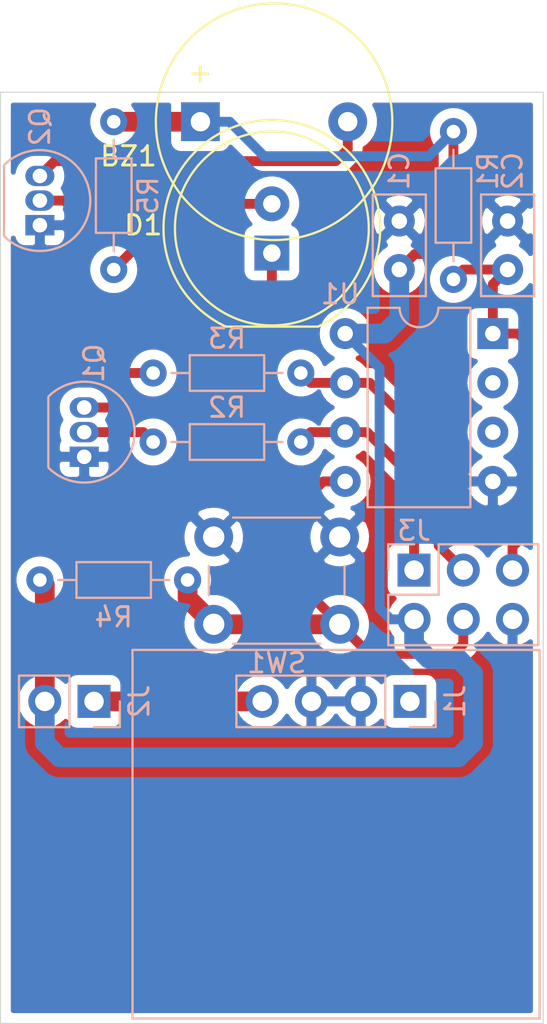
<source format=kicad_pcb>
(kicad_pcb (version 20171130) (host pcbnew "(5.1.4)-1")

  (general
    (thickness 1.6)
    (drawings 8)
    (tracks 77)
    (zones 0)
    (modules 16)
    (nets 13)
  )

  (page A4)
  (layers
    (0 F.Cu signal)
    (31 B.Cu signal)
    (32 B.Adhes user hide)
    (33 F.Adhes user hide)
    (34 B.Paste user)
    (35 F.Paste user)
    (36 B.SilkS user)
    (37 F.SilkS user)
    (38 B.Mask user)
    (39 F.Mask user)
    (40 Dwgs.User user hide)
    (41 Cmts.User user hide)
    (42 Eco1.User user hide)
    (43 Eco2.User user hide)
    (44 Edge.Cuts user)
    (45 Margin user)
    (46 B.CrtYd user hide)
    (47 F.CrtYd user hide)
    (48 B.Fab user hide)
    (49 F.Fab user hide)
  )

  (setup
    (last_trace_width 0.25)
    (user_trace_width 0.254)
    (user_trace_width 0.508)
    (user_trace_width 1.016)
    (trace_clearance 0.2)
    (zone_clearance 0.508)
    (zone_45_only no)
    (trace_min 0.2)
    (via_size 0.8)
    (via_drill 0.4)
    (via_min_size 0.4)
    (via_min_drill 0.3)
    (uvia_size 0.3)
    (uvia_drill 0.1)
    (uvias_allowed no)
    (uvia_min_size 0.2)
    (uvia_min_drill 0.1)
    (edge_width 0.05)
    (segment_width 0.2)
    (pcb_text_width 0.3)
    (pcb_text_size 1.5 1.5)
    (mod_edge_width 0.12)
    (mod_text_size 1 1)
    (mod_text_width 0.15)
    (pad_size 1.524 1.524)
    (pad_drill 0.762)
    (pad_to_mask_clearance 0.051)
    (solder_mask_min_width 0.25)
    (aux_axis_origin 0 0)
    (grid_origin 76.2 101.6)
    (visible_elements 7FFFFFFF)
    (pcbplotparams
      (layerselection 0x010f0_ffffffff)
      (usegerberextensions false)
      (usegerberattributes false)
      (usegerberadvancedattributes false)
      (creategerberjobfile false)
      (excludeedgelayer false)
      (linewidth 0.100000)
      (plotframeref false)
      (viasonmask false)
      (mode 1)
      (useauxorigin false)
      (hpglpennumber 1)
      (hpglpenspeed 20)
      (hpglpendiameter 15.000000)
      (psnegative false)
      (psa4output false)
      (plotreference true)
      (plotvalue true)
      (plotinvisibletext false)
      (padsonsilk false)
      (subtractmaskfromsilk false)
      (outputformat 1)
      (mirror false)
      (drillshape 0)
      (scaleselection 1)
      (outputdirectory "Gerbers/"))
  )

  (net 0 "")
  (net 1 VCC)
  (net 2 "Net-(BZ1-Pad2)")
  (net 3 GND)
  (net 4 "Net-(C2-Pad1)")
  (net 5 "Net-(D1-Pad1)")
  (net 6 "Net-(D1-Pad2)")
  (net 7 +BATT)
  (net 8 "Net-(Q1-Pad2)")
  (net 9 "Net-(Q2-Pad2)")
  (net 10 "Net-(J3-Pad1)")
  (net 11 "Net-(J3-Pad3)")
  (net 12 "Net-(J3-Pad4)")

  (net_class Default "This is the default net class."
    (clearance 0.2)
    (trace_width 0.25)
    (via_dia 0.8)
    (via_drill 0.4)
    (uvia_dia 0.3)
    (uvia_drill 0.1)
    (add_net +BATT)
    (add_net GND)
    (add_net "Net-(BZ1-Pad2)")
    (add_net "Net-(C2-Pad1)")
    (add_net "Net-(D1-Pad1)")
    (add_net "Net-(D1-Pad2)")
    (add_net "Net-(J3-Pad1)")
    (add_net "Net-(J3-Pad3)")
    (add_net "Net-(J3-Pad4)")
    (add_net "Net-(Q1-Pad2)")
    (add_net "Net-(Q2-Pad2)")
    (add_net VCC)
  )

  (module Buzzer_Beeper:Buzzer_12x9.5RM7.6 (layer F.Cu) (tedit 5A030281) (tstamp 5DDF09E7)
    (at 86.515 55.118)
    (descr "Generic Buzzer, D12mm height 9.5mm with RM7.6mm")
    (tags buzzer)
    (path /5DDF1DA1)
    (fp_text reference BZ1 (at -3.711 1.778) (layer F.SilkS)
      (effects (font (size 1 1) (thickness 0.15)))
    )
    (fp_text value Buzzer (at 3.8 7.4) (layer F.Fab)
      (effects (font (size 1 1) (thickness 0.15)))
    )
    (fp_text user + (at -0.01 -2.54) (layer F.Fab)
      (effects (font (size 1 1) (thickness 0.15)))
    )
    (fp_text user + (at -0.01 -2.54) (layer F.SilkS)
      (effects (font (size 1 1) (thickness 0.15)))
    )
    (fp_text user %R (at 3.8 -4) (layer F.Fab)
      (effects (font (size 1 1) (thickness 0.15)))
    )
    (fp_circle (center 3.8 0) (end 10.05 0) (layer F.CrtYd) (width 0.05))
    (fp_circle (center 3.8 0) (end 9.8 0) (layer F.Fab) (width 0.1))
    (fp_circle (center 3.8 0) (end 4.8 0) (layer F.Fab) (width 0.1))
    (fp_circle (center 3.8 0) (end 9.9 0) (layer F.SilkS) (width 0.12))
    (pad 1 thru_hole rect (at 0 0) (size 2 2) (drill 1) (layers *.Cu *.Mask)
      (net 1 VCC))
    (pad 2 thru_hole circle (at 7.6 0) (size 2 2) (drill 1) (layers *.Cu *.Mask)
      (net 2 "Net-(BZ1-Pad2)"))
    (model ${KISYS3DMOD}/Buzzer_Beeper.3dshapes/Buzzer_12x9.5RM7.6.wrl
      (offset (xyz 0 2.5 1))
      (scale (xyz 1 1 1))
      (rotate (xyz 90 0 0))
    )
  )

  (module Capacitor_THT:C_Disc_D5.0mm_W2.5mm_P2.50mm (layer B.Cu) (tedit 5AE50EF0) (tstamp 5DDF2631)
    (at 96.774 62.738 90)
    (descr "C, Disc series, Radial, pin pitch=2.50mm, , diameter*width=5*2.5mm^2, Capacitor, http://cdn-reichelt.de/documents/datenblatt/B300/DS_KERKO_TC.pdf")
    (tags "C Disc series Radial pin pitch 2.50mm  diameter 5mm width 2.5mm Capacitor")
    (path /5DDEF7C5)
    (fp_text reference C1 (at 5.08 0 90) (layer B.SilkS)
      (effects (font (size 1 1) (thickness 0.15)) (justify mirror))
    )
    (fp_text value C (at 1.25 -2.5 90) (layer B.Fab)
      (effects (font (size 1 1) (thickness 0.15)) (justify mirror))
    )
    (fp_line (start -1.25 1.25) (end -1.25 -1.25) (layer B.Fab) (width 0.1))
    (fp_line (start -1.25 -1.25) (end 3.75 -1.25) (layer B.Fab) (width 0.1))
    (fp_line (start 3.75 -1.25) (end 3.75 1.25) (layer B.Fab) (width 0.1))
    (fp_line (start 3.75 1.25) (end -1.25 1.25) (layer B.Fab) (width 0.1))
    (fp_line (start -1.37 1.37) (end 3.87 1.37) (layer B.SilkS) (width 0.12))
    (fp_line (start -1.37 -1.37) (end 3.87 -1.37) (layer B.SilkS) (width 0.12))
    (fp_line (start -1.37 1.37) (end -1.37 -1.37) (layer B.SilkS) (width 0.12))
    (fp_line (start 3.87 1.37) (end 3.87 -1.37) (layer B.SilkS) (width 0.12))
    (fp_line (start -1.5 1.5) (end -1.5 -1.5) (layer B.CrtYd) (width 0.05))
    (fp_line (start -1.5 -1.5) (end 4 -1.5) (layer B.CrtYd) (width 0.05))
    (fp_line (start 4 -1.5) (end 4 1.5) (layer B.CrtYd) (width 0.05))
    (fp_line (start 4 1.5) (end -1.5 1.5) (layer B.CrtYd) (width 0.05))
    (fp_text user %R (at 1.25 0 90) (layer B.Fab)
      (effects (font (size 1 1) (thickness 0.15)) (justify mirror))
    )
    (pad 1 thru_hole circle (at 0 0 90) (size 1.6 1.6) (drill 0.8) (layers *.Cu *.Mask)
      (net 1 VCC))
    (pad 2 thru_hole circle (at 2.5 0 90) (size 1.6 1.6) (drill 0.8) (layers *.Cu *.Mask)
      (net 3 GND))
    (model ${KISYS3DMOD}/Capacitor_THT.3dshapes/C_Disc_D5.0mm_W2.5mm_P2.50mm.wrl
      (at (xyz 0 0 0))
      (scale (xyz 1 1 1))
      (rotate (xyz 0 0 0))
    )
  )

  (module Capacitor_THT:C_Disc_D5.0mm_W2.5mm_P2.50mm (layer B.Cu) (tedit 5AE50EF0) (tstamp 5DDF0FE7)
    (at 102.362 62.738 90)
    (descr "C, Disc series, Radial, pin pitch=2.50mm, , diameter*width=5*2.5mm^2, Capacitor, http://cdn-reichelt.de/documents/datenblatt/B300/DS_KERKO_TC.pdf")
    (tags "C Disc series Radial pin pitch 2.50mm  diameter 5mm width 2.5mm Capacitor")
    (path /5DDEFC92)
    (fp_text reference C2 (at 5.08 0.254 90) (layer B.SilkS)
      (effects (font (size 1 1) (thickness 0.15)) (justify mirror))
    )
    (fp_text value C (at 1.25 -2.5 90) (layer B.Fab)
      (effects (font (size 1 1) (thickness 0.15)) (justify mirror))
    )
    (fp_text user %R (at 1.25 0 90) (layer B.Fab)
      (effects (font (size 1 1) (thickness 0.15)) (justify mirror))
    )
    (fp_line (start 4 1.5) (end -1.5 1.5) (layer B.CrtYd) (width 0.05))
    (fp_line (start 4 -1.5) (end 4 1.5) (layer B.CrtYd) (width 0.05))
    (fp_line (start -1.5 -1.5) (end 4 -1.5) (layer B.CrtYd) (width 0.05))
    (fp_line (start -1.5 1.5) (end -1.5 -1.5) (layer B.CrtYd) (width 0.05))
    (fp_line (start 3.87 1.37) (end 3.87 -1.37) (layer B.SilkS) (width 0.12))
    (fp_line (start -1.37 1.37) (end -1.37 -1.37) (layer B.SilkS) (width 0.12))
    (fp_line (start -1.37 -1.37) (end 3.87 -1.37) (layer B.SilkS) (width 0.12))
    (fp_line (start -1.37 1.37) (end 3.87 1.37) (layer B.SilkS) (width 0.12))
    (fp_line (start 3.75 1.25) (end -1.25 1.25) (layer B.Fab) (width 0.1))
    (fp_line (start 3.75 -1.25) (end 3.75 1.25) (layer B.Fab) (width 0.1))
    (fp_line (start -1.25 -1.25) (end 3.75 -1.25) (layer B.Fab) (width 0.1))
    (fp_line (start -1.25 1.25) (end -1.25 -1.25) (layer B.Fab) (width 0.1))
    (pad 2 thru_hole circle (at 2.5 0 90) (size 1.6 1.6) (drill 0.8) (layers *.Cu *.Mask)
      (net 3 GND))
    (pad 1 thru_hole circle (at 0 0 90) (size 1.6 1.6) (drill 0.8) (layers *.Cu *.Mask)
      (net 4 "Net-(C2-Pad1)"))
    (model ${KISYS3DMOD}/Capacitor_THT.3dshapes/C_Disc_D5.0mm_W2.5mm_P2.50mm.wrl
      (at (xyz 0 0 0))
      (scale (xyz 1 1 1))
      (rotate (xyz 0 0 0))
    )
  )

  (module LED_THT:LED_D10.0mm (layer F.Cu) (tedit 587A3A7B) (tstamp 5DDF2549)
    (at 90.2 61.89 90)
    (descr "LED, diameter 10.0mm, 2 pins, http://cdn-reichelt.de/documents/datenblatt/A500/LED10-4500RT%23KIN.pdf")
    (tags "LED diameter 10.0mm 2 pins")
    (path /5DDF11A7)
    (fp_text reference D1 (at 1.438 -6.634) (layer F.SilkS)
      (effects (font (size 1 1) (thickness 0.15)))
    )
    (fp_text value LED (at 1.27 6.56 90) (layer F.Fab)
      (effects (font (size 1 1) (thickness 0.15)))
    )
    (fp_arc (start 1.27 0) (end -3.73 -2.291288) (angle 310.8) (layer F.Fab) (width 0.1))
    (fp_arc (start 1.27 0) (end -3.79 -2.375816) (angle 154.8) (layer F.SilkS) (width 0.12))
    (fp_arc (start 1.27 0) (end -3.79 2.375816) (angle -154.8) (layer F.SilkS) (width 0.12))
    (fp_circle (center 1.27 0) (end 6.27 0) (layer F.Fab) (width 0.1))
    (fp_circle (center 1.27 0) (end 6.27 0) (layer F.SilkS) (width 0.12))
    (fp_line (start -3.73 -2.291288) (end -3.73 2.291288) (layer F.Fab) (width 0.1))
    (fp_line (start -3.79 -2.376) (end -3.79 2.376) (layer F.SilkS) (width 0.12))
    (fp_line (start -4.55 -5.85) (end -4.55 5.85) (layer F.CrtYd) (width 0.05))
    (fp_line (start -4.55 5.85) (end 7.1 5.85) (layer F.CrtYd) (width 0.05))
    (fp_line (start 7.1 5.85) (end 7.1 -5.85) (layer F.CrtYd) (width 0.05))
    (fp_line (start 7.1 -5.85) (end -4.55 -5.85) (layer F.CrtYd) (width 0.05))
    (pad 1 thru_hole rect (at 0 0 90) (size 1.8 1.8) (drill 0.9) (layers *.Cu *.Mask)
      (net 5 "Net-(D1-Pad1)"))
    (pad 2 thru_hole circle (at 2.54 0 90) (size 1.8 1.8) (drill 0.9) (layers *.Cu *.Mask)
      (net 6 "Net-(D1-Pad2)"))
    (model ${KISYS3DMOD}/LED_THT.3dshapes/LED_D10.0mm.wrl
      (at (xyz 0 0 0))
      (scale (xyz 1 1 1))
      (rotate (xyz 0 0 0))
    )
  )

  (module Connector_PinHeader_2.54mm:PinHeader_1x04_P2.54mm_Vertical (layer B.Cu) (tedit 59FED5CC) (tstamp 5DDF12BF)
    (at 97.322 85 90)
    (descr "Through hole straight pin header, 1x04, 2.54mm pitch, single row")
    (tags "Through hole pin header THT 1x04 2.54mm single row")
    (path /5DDEB75B)
    (fp_text reference J1 (at 0 2.33 90) (layer B.SilkS)
      (effects (font (size 1 1) (thickness 0.15)) (justify mirror))
    )
    (fp_text value "Micro-Lipo Charger" (at 0 -9.95 90) (layer B.Fab)
      (effects (font (size 1 1) (thickness 0.15)) (justify mirror))
    )
    (fp_line (start -0.635 1.27) (end 1.27 1.27) (layer B.Fab) (width 0.1))
    (fp_line (start 1.27 1.27) (end 1.27 -8.89) (layer B.Fab) (width 0.1))
    (fp_line (start 1.27 -8.89) (end -1.27 -8.89) (layer B.Fab) (width 0.1))
    (fp_line (start -1.27 -8.89) (end -1.27 0.635) (layer B.Fab) (width 0.1))
    (fp_line (start -1.27 0.635) (end -0.635 1.27) (layer B.Fab) (width 0.1))
    (fp_line (start -1.33 -8.95) (end 1.33 -8.95) (layer B.SilkS) (width 0.12))
    (fp_line (start -1.33 -1.27) (end -1.33 -8.95) (layer B.SilkS) (width 0.12))
    (fp_line (start 1.33 -1.27) (end 1.33 -8.95) (layer B.SilkS) (width 0.12))
    (fp_line (start -1.33 -1.27) (end 1.33 -1.27) (layer B.SilkS) (width 0.12))
    (fp_line (start -1.33 0) (end -1.33 1.33) (layer B.SilkS) (width 0.12))
    (fp_line (start -1.33 1.33) (end 0 1.33) (layer B.SilkS) (width 0.12))
    (fp_line (start -1.8 1.8) (end -1.8 -9.4) (layer B.CrtYd) (width 0.05))
    (fp_line (start -1.8 -9.4) (end 1.8 -9.4) (layer B.CrtYd) (width 0.05))
    (fp_line (start 1.8 -9.4) (end 1.8 1.8) (layer B.CrtYd) (width 0.05))
    (fp_line (start 1.8 1.8) (end -1.8 1.8) (layer B.CrtYd) (width 0.05))
    (fp_text user %R (at 0 -3.81 180) (layer B.Fab)
      (effects (font (size 1 1) (thickness 0.15)) (justify mirror))
    )
    (pad 1 thru_hole rect (at 0 0 90) (size 1.7 1.7) (drill 1) (layers *.Cu *.Mask))
    (pad 2 thru_hole oval (at 0 -2.54 90) (size 1.7 1.7) (drill 1) (layers *.Cu *.Mask)
      (net 3 GND))
    (pad 3 thru_hole oval (at 0 -5.08 90) (size 1.7 1.7) (drill 1) (layers *.Cu *.Mask)
      (net 3 GND))
    (pad 4 thru_hole oval (at 0 -7.62 90) (size 1.7 1.7) (drill 1) (layers *.Cu *.Mask)
      (net 7 +BATT))
    (model ${KISYS3DMOD}/Connector_PinHeader_2.54mm.3dshapes/PinHeader_1x04_P2.54mm_Vertical.wrl
      (at (xyz 0 0 0))
      (scale (xyz 1 1 1))
      (rotate (xyz 0 0 0))
    )
  )

  (module Connector_PinHeader_2.54mm:PinHeader_1x02_P2.54mm_Vertical (layer B.Cu) (tedit 59FED5CC) (tstamp 5DDF1062)
    (at 81.026 85 90)
    (descr "Through hole straight pin header, 1x02, 2.54mm pitch, single row")
    (tags "Through hole pin header THT 1x02 2.54mm single row")
    (path /5DDED889)
    (fp_text reference J2 (at 0 2.33 90) (layer B.SilkS)
      (effects (font (size 1 1) (thickness 0.15)) (justify mirror))
    )
    (fp_text value "On-Off Switch" (at 0 -4.87 90) (layer B.Fab)
      (effects (font (size 1 1) (thickness 0.15)) (justify mirror))
    )
    (fp_line (start -0.635 1.27) (end 1.27 1.27) (layer B.Fab) (width 0.1))
    (fp_line (start 1.27 1.27) (end 1.27 -3.81) (layer B.Fab) (width 0.1))
    (fp_line (start 1.27 -3.81) (end -1.27 -3.81) (layer B.Fab) (width 0.1))
    (fp_line (start -1.27 -3.81) (end -1.27 0.635) (layer B.Fab) (width 0.1))
    (fp_line (start -1.27 0.635) (end -0.635 1.27) (layer B.Fab) (width 0.1))
    (fp_line (start -1.33 -3.87) (end 1.33 -3.87) (layer B.SilkS) (width 0.12))
    (fp_line (start -1.33 -1.27) (end -1.33 -3.87) (layer B.SilkS) (width 0.12))
    (fp_line (start 1.33 -1.27) (end 1.33 -3.87) (layer B.SilkS) (width 0.12))
    (fp_line (start -1.33 -1.27) (end 1.33 -1.27) (layer B.SilkS) (width 0.12))
    (fp_line (start -1.33 0) (end -1.33 1.33) (layer B.SilkS) (width 0.12))
    (fp_line (start -1.33 1.33) (end 0 1.33) (layer B.SilkS) (width 0.12))
    (fp_line (start -1.8 1.8) (end -1.8 -4.35) (layer B.CrtYd) (width 0.05))
    (fp_line (start -1.8 -4.35) (end 1.8 -4.35) (layer B.CrtYd) (width 0.05))
    (fp_line (start 1.8 -4.35) (end 1.8 1.8) (layer B.CrtYd) (width 0.05))
    (fp_line (start 1.8 1.8) (end -1.8 1.8) (layer B.CrtYd) (width 0.05))
    (fp_text user %R (at 0 -1.27 180) (layer B.Fab)
      (effects (font (size 1 1) (thickness 0.15)) (justify mirror))
    )
    (pad 1 thru_hole rect (at 0 0 90) (size 1.7 1.7) (drill 1) (layers *.Cu *.Mask)
      (net 7 +BATT))
    (pad 2 thru_hole oval (at 0 -2.54 90) (size 1.7 1.7) (drill 1) (layers *.Cu *.Mask)
      (net 1 VCC))
    (model ${KISYS3DMOD}/Connector_PinHeader_2.54mm.3dshapes/PinHeader_1x02_P2.54mm_Vertical.wrl
      (at (xyz 0 0 0))
      (scale (xyz 1 1 1))
      (rotate (xyz 0 0 0))
    )
  )

  (module Package_TO_SOT_THT:TO-92_Inline (layer B.Cu) (tedit 5A1DD157) (tstamp 5DDF1286)
    (at 80.518 72.39 90)
    (descr "TO-92 leads in-line, narrow, oval pads, drill 0.75mm (see NXP sot054_po.pdf)")
    (tags "to-92 sc-43 sc-43a sot54 PA33 transistor")
    (path /5DDF014F)
    (fp_text reference Q1 (at 4.826 0.508 90) (layer B.SilkS)
      (effects (font (size 1 1) (thickness 0.15)) (justify mirror))
    )
    (fp_text value PN2222A (at 1.27 -2.79 90) (layer B.Fab)
      (effects (font (size 1 1) (thickness 0.15)) (justify mirror))
    )
    (fp_text user %R (at 1.27 3.56 90) (layer B.Fab)
      (effects (font (size 1 1) (thickness 0.15)) (justify mirror))
    )
    (fp_line (start -0.53 -1.85) (end 3.07 -1.85) (layer B.SilkS) (width 0.12))
    (fp_line (start -0.5 -1.75) (end 3 -1.75) (layer B.Fab) (width 0.1))
    (fp_line (start -1.46 2.73) (end 4 2.73) (layer B.CrtYd) (width 0.05))
    (fp_line (start -1.46 2.73) (end -1.46 -2.01) (layer B.CrtYd) (width 0.05))
    (fp_line (start 4 -2.01) (end 4 2.73) (layer B.CrtYd) (width 0.05))
    (fp_line (start 4 -2.01) (end -1.46 -2.01) (layer B.CrtYd) (width 0.05))
    (fp_arc (start 1.27 0) (end 1.27 2.48) (angle -135) (layer B.Fab) (width 0.1))
    (fp_arc (start 1.27 0) (end 1.27 2.6) (angle 135) (layer B.SilkS) (width 0.12))
    (fp_arc (start 1.27 0) (end 1.27 2.48) (angle 135) (layer B.Fab) (width 0.1))
    (fp_arc (start 1.27 0) (end 1.27 2.6) (angle -135) (layer B.SilkS) (width 0.12))
    (pad 2 thru_hole oval (at 1.27 0 90) (size 1.05 1.5) (drill 0.75) (layers *.Cu *.Mask)
      (net 8 "Net-(Q1-Pad2)"))
    (pad 3 thru_hole oval (at 2.54 0 90) (size 1.05 1.5) (drill 0.75) (layers *.Cu *.Mask)
      (net 5 "Net-(D1-Pad1)"))
    (pad 1 thru_hole rect (at 0 0 90) (size 1.05 1.5) (drill 0.75) (layers *.Cu *.Mask)
      (net 3 GND))
    (model ${KISYS3DMOD}/Package_TO_SOT_THT.3dshapes/TO-92_Inline.wrl
      (at (xyz 0 0 0))
      (scale (xyz 1 1 1))
      (rotate (xyz 0 0 0))
    )
  )

  (module Package_TO_SOT_THT:TO-92_Inline (layer B.Cu) (tedit 5A1DD157) (tstamp 5DDF12FE)
    (at 78.232 60.452 90)
    (descr "TO-92 leads in-line, narrow, oval pads, drill 0.75mm (see NXP sot054_po.pdf)")
    (tags "to-92 sc-43 sc-43a sot54 PA33 transistor")
    (path /5DDF0B50)
    (fp_text reference Q2 (at 5.08 0 90) (layer B.SilkS)
      (effects (font (size 1 1) (thickness 0.15)) (justify mirror))
    )
    (fp_text value PN2222A (at 1.27 -2.79 90) (layer B.Fab)
      (effects (font (size 1 1) (thickness 0.15)) (justify mirror))
    )
    (fp_arc (start 1.27 0) (end 1.27 2.6) (angle -135) (layer B.SilkS) (width 0.12))
    (fp_arc (start 1.27 0) (end 1.27 2.48) (angle 135) (layer B.Fab) (width 0.1))
    (fp_arc (start 1.27 0) (end 1.27 2.6) (angle 135) (layer B.SilkS) (width 0.12))
    (fp_arc (start 1.27 0) (end 1.27 2.48) (angle -135) (layer B.Fab) (width 0.1))
    (fp_line (start 4 -2.01) (end -1.46 -2.01) (layer B.CrtYd) (width 0.05))
    (fp_line (start 4 -2.01) (end 4 2.73) (layer B.CrtYd) (width 0.05))
    (fp_line (start -1.46 2.73) (end -1.46 -2.01) (layer B.CrtYd) (width 0.05))
    (fp_line (start -1.46 2.73) (end 4 2.73) (layer B.CrtYd) (width 0.05))
    (fp_line (start -0.5 -1.75) (end 3 -1.75) (layer B.Fab) (width 0.1))
    (fp_line (start -0.53 -1.85) (end 3.07 -1.85) (layer B.SilkS) (width 0.12))
    (fp_text user %R (at 1.27 3.56 90) (layer B.Fab)
      (effects (font (size 1 1) (thickness 0.15)) (justify mirror))
    )
    (pad 1 thru_hole rect (at 0 0 90) (size 1.05 1.5) (drill 0.75) (layers *.Cu *.Mask)
      (net 3 GND))
    (pad 3 thru_hole oval (at 2.54 0 90) (size 1.05 1.5) (drill 0.75) (layers *.Cu *.Mask)
      (net 2 "Net-(BZ1-Pad2)"))
    (pad 2 thru_hole oval (at 1.27 0 90) (size 1.05 1.5) (drill 0.75) (layers *.Cu *.Mask)
      (net 9 "Net-(Q2-Pad2)"))
    (model ${KISYS3DMOD}/Package_TO_SOT_THT.3dshapes/TO-92_Inline.wrl
      (at (xyz 0 0 0))
      (scale (xyz 1 1 1))
      (rotate (xyz 0 0 0))
    )
  )

  (module Resistor_THT:R_Axial_DIN0204_L3.6mm_D1.6mm_P7.62mm_Horizontal (layer B.Cu) (tedit 5AE5139B) (tstamp 5DDF1129)
    (at 99.568 63.246 90)
    (descr "Resistor, Axial_DIN0204 series, Axial, Horizontal, pin pitch=7.62mm, 0.167W, length*diameter=3.6*1.6mm^2, http://cdn-reichelt.de/documents/datenblatt/B400/1_4W%23YAG.pdf")
    (tags "Resistor Axial_DIN0204 series Axial Horizontal pin pitch 7.62mm 0.167W length 3.6mm diameter 1.6mm")
    (path /5DDF3E4B)
    (fp_text reference R1 (at 5.588 1.778 270) (layer B.SilkS)
      (effects (font (size 1 1) (thickness 0.15)) (justify mirror))
    )
    (fp_text value R_US (at 3.81 -1.92 90) (layer B.Fab)
      (effects (font (size 1 1) (thickness 0.15)) (justify mirror))
    )
    (fp_line (start 2.01 0.8) (end 2.01 -0.8) (layer B.Fab) (width 0.1))
    (fp_line (start 2.01 -0.8) (end 5.61 -0.8) (layer B.Fab) (width 0.1))
    (fp_line (start 5.61 -0.8) (end 5.61 0.8) (layer B.Fab) (width 0.1))
    (fp_line (start 5.61 0.8) (end 2.01 0.8) (layer B.Fab) (width 0.1))
    (fp_line (start 0 0) (end 2.01 0) (layer B.Fab) (width 0.1))
    (fp_line (start 7.62 0) (end 5.61 0) (layer B.Fab) (width 0.1))
    (fp_line (start 1.89 0.92) (end 1.89 -0.92) (layer B.SilkS) (width 0.12))
    (fp_line (start 1.89 -0.92) (end 5.73 -0.92) (layer B.SilkS) (width 0.12))
    (fp_line (start 5.73 -0.92) (end 5.73 0.92) (layer B.SilkS) (width 0.12))
    (fp_line (start 5.73 0.92) (end 1.89 0.92) (layer B.SilkS) (width 0.12))
    (fp_line (start 0.94 0) (end 1.89 0) (layer B.SilkS) (width 0.12))
    (fp_line (start 6.68 0) (end 5.73 0) (layer B.SilkS) (width 0.12))
    (fp_line (start -0.95 1.05) (end -0.95 -1.05) (layer B.CrtYd) (width 0.05))
    (fp_line (start -0.95 -1.05) (end 8.57 -1.05) (layer B.CrtYd) (width 0.05))
    (fp_line (start 8.57 -1.05) (end 8.57 1.05) (layer B.CrtYd) (width 0.05))
    (fp_line (start 8.57 1.05) (end -0.95 1.05) (layer B.CrtYd) (width 0.05))
    (fp_text user %R (at 3.81 0 90) (layer B.Fab)
      (effects (font (size 0.72 0.72) (thickness 0.108)) (justify mirror))
    )
    (pad 1 thru_hole circle (at 0 0 90) (size 1.4 1.4) (drill 0.7) (layers *.Cu *.Mask)
      (net 4 "Net-(C2-Pad1)"))
    (pad 2 thru_hole oval (at 7.62 0 90) (size 1.4 1.4) (drill 0.7) (layers *.Cu *.Mask)
      (net 1 VCC))
    (model ${KISYS3DMOD}/Resistor_THT.3dshapes/R_Axial_DIN0204_L3.6mm_D1.6mm_P7.62mm_Horizontal.wrl
      (at (xyz 0 0 0))
      (scale (xyz 1 1 1))
      (rotate (xyz 0 0 0))
    )
  )

  (module Resistor_THT:R_Axial_DIN0204_L3.6mm_D1.6mm_P7.62mm_Horizontal (layer B.Cu) (tedit 5AE5139B) (tstamp 5DDF21D9)
    (at 91.694 71.628 180)
    (descr "Resistor, Axial_DIN0204 series, Axial, Horizontal, pin pitch=7.62mm, 0.167W, length*diameter=3.6*1.6mm^2, http://cdn-reichelt.de/documents/datenblatt/B400/1_4W%23YAG.pdf")
    (tags "Resistor Axial_DIN0204 series Axial Horizontal pin pitch 7.62mm 0.167W length 3.6mm diameter 1.6mm")
    (path /5DDF3125)
    (fp_text reference R2 (at 3.81 1.778) (layer B.SilkS)
      (effects (font (size 1 1) (thickness 0.15)) (justify mirror))
    )
    (fp_text value R_US (at 3.81 -1.92) (layer B.Fab)
      (effects (font (size 1 1) (thickness 0.15)) (justify mirror))
    )
    (fp_line (start 2.01 0.8) (end 2.01 -0.8) (layer B.Fab) (width 0.1))
    (fp_line (start 2.01 -0.8) (end 5.61 -0.8) (layer B.Fab) (width 0.1))
    (fp_line (start 5.61 -0.8) (end 5.61 0.8) (layer B.Fab) (width 0.1))
    (fp_line (start 5.61 0.8) (end 2.01 0.8) (layer B.Fab) (width 0.1))
    (fp_line (start 0 0) (end 2.01 0) (layer B.Fab) (width 0.1))
    (fp_line (start 7.62 0) (end 5.61 0) (layer B.Fab) (width 0.1))
    (fp_line (start 1.89 0.92) (end 1.89 -0.92) (layer B.SilkS) (width 0.12))
    (fp_line (start 1.89 -0.92) (end 5.73 -0.92) (layer B.SilkS) (width 0.12))
    (fp_line (start 5.73 -0.92) (end 5.73 0.92) (layer B.SilkS) (width 0.12))
    (fp_line (start 5.73 0.92) (end 1.89 0.92) (layer B.SilkS) (width 0.12))
    (fp_line (start 0.94 0) (end 1.89 0) (layer B.SilkS) (width 0.12))
    (fp_line (start 6.68 0) (end 5.73 0) (layer B.SilkS) (width 0.12))
    (fp_line (start -0.95 1.05) (end -0.95 -1.05) (layer B.CrtYd) (width 0.05))
    (fp_line (start -0.95 -1.05) (end 8.57 -1.05) (layer B.CrtYd) (width 0.05))
    (fp_line (start 8.57 -1.05) (end 8.57 1.05) (layer B.CrtYd) (width 0.05))
    (fp_line (start 8.57 1.05) (end -0.95 1.05) (layer B.CrtYd) (width 0.05))
    (fp_text user %R (at 3.81 0) (layer B.Fab)
      (effects (font (size 0.72 0.72) (thickness 0.108)) (justify mirror))
    )
    (pad 1 thru_hole circle (at 0 0 180) (size 1.4 1.4) (drill 0.7) (layers *.Cu *.Mask)
      (net 10 "Net-(J3-Pad1)"))
    (pad 2 thru_hole oval (at 7.62 0 180) (size 1.4 1.4) (drill 0.7) (layers *.Cu *.Mask)
      (net 8 "Net-(Q1-Pad2)"))
    (model ${KISYS3DMOD}/Resistor_THT.3dshapes/R_Axial_DIN0204_L3.6mm_D1.6mm_P7.62mm_Horizontal.wrl
      (at (xyz 0 0 0))
      (scale (xyz 1 1 1))
      (rotate (xyz 0 0 0))
    )
  )

  (module Resistor_THT:R_Axial_DIN0204_L3.6mm_D1.6mm_P7.62mm_Horizontal (layer B.Cu) (tedit 5AE5139B) (tstamp 5DDF11C5)
    (at 91.694 68.072 180)
    (descr "Resistor, Axial_DIN0204 series, Axial, Horizontal, pin pitch=7.62mm, 0.167W, length*diameter=3.6*1.6mm^2, http://cdn-reichelt.de/documents/datenblatt/B400/1_4W%23YAG.pdf")
    (tags "Resistor Axial_DIN0204 series Axial Horizontal pin pitch 7.62mm 0.167W length 3.6mm diameter 1.6mm")
    (path /5DDF3775)
    (fp_text reference R3 (at 3.81 1.778) (layer B.SilkS)
      (effects (font (size 1 1) (thickness 0.15)) (justify mirror))
    )
    (fp_text value R_US (at 3.81 -1.92) (layer B.Fab)
      (effects (font (size 1 1) (thickness 0.15)) (justify mirror))
    )
    (fp_text user %R (at 3.81 0) (layer B.Fab)
      (effects (font (size 0.72 0.72) (thickness 0.108)) (justify mirror))
    )
    (fp_line (start 8.57 1.05) (end -0.95 1.05) (layer B.CrtYd) (width 0.05))
    (fp_line (start 8.57 -1.05) (end 8.57 1.05) (layer B.CrtYd) (width 0.05))
    (fp_line (start -0.95 -1.05) (end 8.57 -1.05) (layer B.CrtYd) (width 0.05))
    (fp_line (start -0.95 1.05) (end -0.95 -1.05) (layer B.CrtYd) (width 0.05))
    (fp_line (start 6.68 0) (end 5.73 0) (layer B.SilkS) (width 0.12))
    (fp_line (start 0.94 0) (end 1.89 0) (layer B.SilkS) (width 0.12))
    (fp_line (start 5.73 0.92) (end 1.89 0.92) (layer B.SilkS) (width 0.12))
    (fp_line (start 5.73 -0.92) (end 5.73 0.92) (layer B.SilkS) (width 0.12))
    (fp_line (start 1.89 -0.92) (end 5.73 -0.92) (layer B.SilkS) (width 0.12))
    (fp_line (start 1.89 0.92) (end 1.89 -0.92) (layer B.SilkS) (width 0.12))
    (fp_line (start 7.62 0) (end 5.61 0) (layer B.Fab) (width 0.1))
    (fp_line (start 0 0) (end 2.01 0) (layer B.Fab) (width 0.1))
    (fp_line (start 5.61 0.8) (end 2.01 0.8) (layer B.Fab) (width 0.1))
    (fp_line (start 5.61 -0.8) (end 5.61 0.8) (layer B.Fab) (width 0.1))
    (fp_line (start 2.01 -0.8) (end 5.61 -0.8) (layer B.Fab) (width 0.1))
    (fp_line (start 2.01 0.8) (end 2.01 -0.8) (layer B.Fab) (width 0.1))
    (pad 2 thru_hole oval (at 7.62 0 180) (size 1.4 1.4) (drill 0.7) (layers *.Cu *.Mask)
      (net 9 "Net-(Q2-Pad2)"))
    (pad 1 thru_hole circle (at 0 0 180) (size 1.4 1.4) (drill 0.7) (layers *.Cu *.Mask)
      (net 11 "Net-(J3-Pad3)"))
    (model ${KISYS3DMOD}/Resistor_THT.3dshapes/R_Axial_DIN0204_L3.6mm_D1.6mm_P7.62mm_Horizontal.wrl
      (at (xyz 0 0 0))
      (scale (xyz 1 1 1))
      (rotate (xyz 0 0 0))
    )
  )

  (module Resistor_THT:R_Axial_DIN0204_L3.6mm_D1.6mm_P7.62mm_Horizontal (layer B.Cu) (tedit 5AE5139B) (tstamp 5DDF1D4E)
    (at 78.232 78.74)
    (descr "Resistor, Axial_DIN0204 series, Axial, Horizontal, pin pitch=7.62mm, 0.167W, length*diameter=3.6*1.6mm^2, http://cdn-reichelt.de/documents/datenblatt/B400/1_4W%23YAG.pdf")
    (tags "Resistor Axial_DIN0204 series Axial Horizontal pin pitch 7.62mm 0.167W length 3.6mm diameter 1.6mm")
    (path /5DDF2672)
    (fp_text reference R4 (at 3.81 1.92) (layer B.SilkS)
      (effects (font (size 1 1) (thickness 0.15)) (justify mirror))
    )
    (fp_text value R_US (at 3.81 -1.92) (layer B.Fab)
      (effects (font (size 1 1) (thickness 0.15)) (justify mirror))
    )
    (fp_line (start 2.01 0.8) (end 2.01 -0.8) (layer B.Fab) (width 0.1))
    (fp_line (start 2.01 -0.8) (end 5.61 -0.8) (layer B.Fab) (width 0.1))
    (fp_line (start 5.61 -0.8) (end 5.61 0.8) (layer B.Fab) (width 0.1))
    (fp_line (start 5.61 0.8) (end 2.01 0.8) (layer B.Fab) (width 0.1))
    (fp_line (start 0 0) (end 2.01 0) (layer B.Fab) (width 0.1))
    (fp_line (start 7.62 0) (end 5.61 0) (layer B.Fab) (width 0.1))
    (fp_line (start 1.89 0.92) (end 1.89 -0.92) (layer B.SilkS) (width 0.12))
    (fp_line (start 1.89 -0.92) (end 5.73 -0.92) (layer B.SilkS) (width 0.12))
    (fp_line (start 5.73 -0.92) (end 5.73 0.92) (layer B.SilkS) (width 0.12))
    (fp_line (start 5.73 0.92) (end 1.89 0.92) (layer B.SilkS) (width 0.12))
    (fp_line (start 0.94 0) (end 1.89 0) (layer B.SilkS) (width 0.12))
    (fp_line (start 6.68 0) (end 5.73 0) (layer B.SilkS) (width 0.12))
    (fp_line (start -0.95 1.05) (end -0.95 -1.05) (layer B.CrtYd) (width 0.05))
    (fp_line (start -0.95 -1.05) (end 8.57 -1.05) (layer B.CrtYd) (width 0.05))
    (fp_line (start 8.57 -1.05) (end 8.57 1.05) (layer B.CrtYd) (width 0.05))
    (fp_line (start 8.57 1.05) (end -0.95 1.05) (layer B.CrtYd) (width 0.05))
    (fp_text user %R (at 3.81 0) (layer B.Fab)
      (effects (font (size 0.72 0.72) (thickness 0.108)) (justify mirror))
    )
    (pad 1 thru_hole circle (at 0 0) (size 1.4 1.4) (drill 0.7) (layers *.Cu *.Mask)
      (net 1 VCC))
    (pad 2 thru_hole oval (at 7.62 0) (size 1.4 1.4) (drill 0.7) (layers *.Cu *.Mask)
      (net 12 "Net-(J3-Pad4)"))
    (model ${KISYS3DMOD}/Resistor_THT.3dshapes/R_Axial_DIN0204_L3.6mm_D1.6mm_P7.62mm_Horizontal.wrl
      (at (xyz 0 0 0))
      (scale (xyz 1 1 1))
      (rotate (xyz 0 0 0))
    )
  )

  (module Resistor_THT:R_Axial_DIN0204_L3.6mm_D1.6mm_P7.62mm_Horizontal (layer B.Cu) (tedit 5AE5139B) (tstamp 5DDF1021)
    (at 82.042 55.118 270)
    (descr "Resistor, Axial_DIN0204 series, Axial, Horizontal, pin pitch=7.62mm, 0.167W, length*diameter=3.6*1.6mm^2, http://cdn-reichelt.de/documents/datenblatt/B400/1_4W%23YAG.pdf")
    (tags "Resistor Axial_DIN0204 series Axial Horizontal pin pitch 7.62mm 0.167W length 3.6mm diameter 1.6mm")
    (path /5DDF2C35)
    (fp_text reference R5 (at 3.81 -1.778 90) (layer B.SilkS)
      (effects (font (size 1 1) (thickness 0.15)) (justify mirror))
    )
    (fp_text value R_US (at 3.81 -1.92 90) (layer B.Fab)
      (effects (font (size 1 1) (thickness 0.15)) (justify mirror))
    )
    (fp_text user %R (at 3.81 0 90) (layer B.Fab)
      (effects (font (size 0.72 0.72) (thickness 0.108)) (justify mirror))
    )
    (fp_line (start 8.57 1.05) (end -0.95 1.05) (layer B.CrtYd) (width 0.05))
    (fp_line (start 8.57 -1.05) (end 8.57 1.05) (layer B.CrtYd) (width 0.05))
    (fp_line (start -0.95 -1.05) (end 8.57 -1.05) (layer B.CrtYd) (width 0.05))
    (fp_line (start -0.95 1.05) (end -0.95 -1.05) (layer B.CrtYd) (width 0.05))
    (fp_line (start 6.68 0) (end 5.73 0) (layer B.SilkS) (width 0.12))
    (fp_line (start 0.94 0) (end 1.89 0) (layer B.SilkS) (width 0.12))
    (fp_line (start 5.73 0.92) (end 1.89 0.92) (layer B.SilkS) (width 0.12))
    (fp_line (start 5.73 -0.92) (end 5.73 0.92) (layer B.SilkS) (width 0.12))
    (fp_line (start 1.89 -0.92) (end 5.73 -0.92) (layer B.SilkS) (width 0.12))
    (fp_line (start 1.89 0.92) (end 1.89 -0.92) (layer B.SilkS) (width 0.12))
    (fp_line (start 7.62 0) (end 5.61 0) (layer B.Fab) (width 0.1))
    (fp_line (start 0 0) (end 2.01 0) (layer B.Fab) (width 0.1))
    (fp_line (start 5.61 0.8) (end 2.01 0.8) (layer B.Fab) (width 0.1))
    (fp_line (start 5.61 -0.8) (end 5.61 0.8) (layer B.Fab) (width 0.1))
    (fp_line (start 2.01 -0.8) (end 5.61 -0.8) (layer B.Fab) (width 0.1))
    (fp_line (start 2.01 0.8) (end 2.01 -0.8) (layer B.Fab) (width 0.1))
    (pad 2 thru_hole oval (at 7.62 0 270) (size 1.4 1.4) (drill 0.7) (layers *.Cu *.Mask)
      (net 6 "Net-(D1-Pad2)"))
    (pad 1 thru_hole circle (at 0 0 270) (size 1.4 1.4) (drill 0.7) (layers *.Cu *.Mask)
      (net 1 VCC))
    (model ${KISYS3DMOD}/Resistor_THT.3dshapes/R_Axial_DIN0204_L3.6mm_D1.6mm_P7.62mm_Horizontal.wrl
      (at (xyz 0 0 0))
      (scale (xyz 1 1 1))
      (rotate (xyz 0 0 0))
    )
  )

  (module Button_Switch_THT:SW_PUSH_6mm_H13mm (layer B.Cu) (tedit 5A02FE31) (tstamp 5DDF1173)
    (at 87.2 81.026)
    (descr "tactile push button, 6x6mm e.g. PHAP33xx series, height=13mm")
    (tags "tact sw push 6mm")
    (path /5DDF557F)
    (fp_text reference SW1 (at 3.25 2) (layer B.SilkS)
      (effects (font (size 1 1) (thickness 0.15)) (justify mirror))
    )
    (fp_text value SW_SPST (at 3.75 -6.7) (layer B.Fab)
      (effects (font (size 1 1) (thickness 0.15)) (justify mirror))
    )
    (fp_text user %R (at 3.25 -2.25) (layer B.Fab)
      (effects (font (size 1 1) (thickness 0.15)) (justify mirror))
    )
    (fp_line (start 3.25 0.75) (end 6.25 0.75) (layer B.Fab) (width 0.1))
    (fp_line (start 6.25 0.75) (end 6.25 -5.25) (layer B.Fab) (width 0.1))
    (fp_line (start 6.25 -5.25) (end 0.25 -5.25) (layer B.Fab) (width 0.1))
    (fp_line (start 0.25 -5.25) (end 0.25 0.75) (layer B.Fab) (width 0.1))
    (fp_line (start 0.25 0.75) (end 3.25 0.75) (layer B.Fab) (width 0.1))
    (fp_line (start 7.75 -6) (end 8 -6) (layer B.CrtYd) (width 0.05))
    (fp_line (start 8 -6) (end 8 -5.75) (layer B.CrtYd) (width 0.05))
    (fp_line (start 7.75 1.5) (end 8 1.5) (layer B.CrtYd) (width 0.05))
    (fp_line (start 8 1.5) (end 8 1.25) (layer B.CrtYd) (width 0.05))
    (fp_line (start -1.5 1.25) (end -1.5 1.5) (layer B.CrtYd) (width 0.05))
    (fp_line (start -1.5 1.5) (end -1.25 1.5) (layer B.CrtYd) (width 0.05))
    (fp_line (start -1.5 -5.75) (end -1.5 -6) (layer B.CrtYd) (width 0.05))
    (fp_line (start -1.5 -6) (end -1.25 -6) (layer B.CrtYd) (width 0.05))
    (fp_line (start -1.25 1.5) (end 7.75 1.5) (layer B.CrtYd) (width 0.05))
    (fp_line (start -1.5 -5.75) (end -1.5 1.25) (layer B.CrtYd) (width 0.05))
    (fp_line (start 7.75 -6) (end -1.25 -6) (layer B.CrtYd) (width 0.05))
    (fp_line (start 8 1.25) (end 8 -5.75) (layer B.CrtYd) (width 0.05))
    (fp_line (start 1 -5.5) (end 5.5 -5.5) (layer B.SilkS) (width 0.12))
    (fp_line (start -0.25 -1.5) (end -0.25 -3) (layer B.SilkS) (width 0.12))
    (fp_line (start 5.5 1) (end 1 1) (layer B.SilkS) (width 0.12))
    (fp_line (start 6.75 -3) (end 6.75 -1.5) (layer B.SilkS) (width 0.12))
    (fp_circle (center 3.25 -2.25) (end 1.25 -2.5) (layer B.Fab) (width 0.1))
    (pad 2 thru_hole circle (at 0 -4.5 270) (size 2 2) (drill 1.1) (layers *.Cu *.Mask)
      (net 3 GND))
    (pad 1 thru_hole circle (at 0 0 270) (size 2 2) (drill 1.1) (layers *.Cu *.Mask)
      (net 12 "Net-(J3-Pad4)"))
    (pad 2 thru_hole circle (at 6.5 -4.5 270) (size 2 2) (drill 1.1) (layers *.Cu *.Mask)
      (net 3 GND))
    (pad 1 thru_hole circle (at 6.5 0 270) (size 2 2) (drill 1.1) (layers *.Cu *.Mask)
      (net 12 "Net-(J3-Pad4)"))
    (model ${KISYS3DMOD}/Button_Switch_THT.3dshapes/SW_PUSH_6mm_H13mm.wrl
      (at (xyz 0 0 0))
      (scale (xyz 1 1 1))
      (rotate (xyz 0 0 0))
    )
  )

  (module Package_DIP:DIP-8_W7.62mm (layer B.Cu) (tedit 5A02E8C5) (tstamp 5DDF10DD)
    (at 101.6 66.04 180)
    (descr "8-lead though-hole mounted DIP package, row spacing 7.62 mm (300 mils)")
    (tags "THT DIP DIL PDIP 2.54mm 7.62mm 300mil")
    (path /5DDEA731)
    (fp_text reference U1 (at 7.874 2.032) (layer B.SilkS)
      (effects (font (size 1 1) (thickness 0.15)) (justify mirror))
    )
    (fp_text value ATtiny85-20PU (at 3.81 -9.95) (layer B.Fab)
      (effects (font (size 1 1) (thickness 0.15)) (justify mirror))
    )
    (fp_arc (start 3.81 1.33) (end 2.81 1.33) (angle 180) (layer B.SilkS) (width 0.12))
    (fp_line (start 1.635 1.27) (end 6.985 1.27) (layer B.Fab) (width 0.1))
    (fp_line (start 6.985 1.27) (end 6.985 -8.89) (layer B.Fab) (width 0.1))
    (fp_line (start 6.985 -8.89) (end 0.635 -8.89) (layer B.Fab) (width 0.1))
    (fp_line (start 0.635 -8.89) (end 0.635 0.27) (layer B.Fab) (width 0.1))
    (fp_line (start 0.635 0.27) (end 1.635 1.27) (layer B.Fab) (width 0.1))
    (fp_line (start 2.81 1.33) (end 1.16 1.33) (layer B.SilkS) (width 0.12))
    (fp_line (start 1.16 1.33) (end 1.16 -8.95) (layer B.SilkS) (width 0.12))
    (fp_line (start 1.16 -8.95) (end 6.46 -8.95) (layer B.SilkS) (width 0.12))
    (fp_line (start 6.46 -8.95) (end 6.46 1.33) (layer B.SilkS) (width 0.12))
    (fp_line (start 6.46 1.33) (end 4.81 1.33) (layer B.SilkS) (width 0.12))
    (fp_line (start -1.1 1.55) (end -1.1 -9.15) (layer B.CrtYd) (width 0.05))
    (fp_line (start -1.1 -9.15) (end 8.7 -9.15) (layer B.CrtYd) (width 0.05))
    (fp_line (start 8.7 -9.15) (end 8.7 1.55) (layer B.CrtYd) (width 0.05))
    (fp_line (start 8.7 1.55) (end -1.1 1.55) (layer B.CrtYd) (width 0.05))
    (fp_text user %R (at 3.81 -3.81) (layer B.Fab)
      (effects (font (size 1 1) (thickness 0.15)) (justify mirror))
    )
    (pad 1 thru_hole rect (at 0 0 180) (size 1.6 1.6) (drill 0.8) (layers *.Cu *.Mask)
      (net 4 "Net-(C2-Pad1)"))
    (pad 5 thru_hole oval (at 7.62 -7.62 180) (size 1.6 1.6) (drill 0.8) (layers *.Cu *.Mask)
      (net 12 "Net-(J3-Pad4)"))
    (pad 2 thru_hole oval (at 0 -2.54 180) (size 1.6 1.6) (drill 0.8) (layers *.Cu *.Mask))
    (pad 6 thru_hole oval (at 7.62 -5.08 180) (size 1.6 1.6) (drill 0.8) (layers *.Cu *.Mask)
      (net 10 "Net-(J3-Pad1)"))
    (pad 3 thru_hole oval (at 0 -5.08 180) (size 1.6 1.6) (drill 0.8) (layers *.Cu *.Mask))
    (pad 7 thru_hole oval (at 7.62 -2.54 180) (size 1.6 1.6) (drill 0.8) (layers *.Cu *.Mask)
      (net 11 "Net-(J3-Pad3)"))
    (pad 4 thru_hole oval (at 0 -7.62 180) (size 1.6 1.6) (drill 0.8) (layers *.Cu *.Mask)
      (net 3 GND))
    (pad 8 thru_hole oval (at 7.62 0 180) (size 1.6 1.6) (drill 0.8) (layers *.Cu *.Mask)
      (net 1 VCC))
    (model ${KISYS3DMOD}/Package_DIP.3dshapes/DIP-8_W7.62mm.wrl
      (at (xyz 0 0 0))
      (scale (xyz 1 1 1))
      (rotate (xyz 0 0 0))
    )
  )

  (module Connector_PinHeader_2.54mm:PinHeader_2x03_P2.54mm_Vertical (layer B.Cu) (tedit 59FED5CC) (tstamp 5DDF133B)
    (at 97.536 78.232 270)
    (descr "Through hole straight pin header, 2x03, 2.54mm pitch, double rows")
    (tags "Through hole pin header THT 2x03 2.54mm double row")
    (path /5DE0D705)
    (fp_text reference J3 (at -2.032 0 180) (layer B.SilkS)
      (effects (font (size 1 1) (thickness 0.15)) (justify mirror))
    )
    (fp_text value AVR-ISP-6 (at 1.27 -7.41 90) (layer B.Fab)
      (effects (font (size 1 1) (thickness 0.15)) (justify mirror))
    )
    (fp_line (start 0 1.27) (end 3.81 1.27) (layer B.Fab) (width 0.1))
    (fp_line (start 3.81 1.27) (end 3.81 -6.35) (layer B.Fab) (width 0.1))
    (fp_line (start 3.81 -6.35) (end -1.27 -6.35) (layer B.Fab) (width 0.1))
    (fp_line (start -1.27 -6.35) (end -1.27 0) (layer B.Fab) (width 0.1))
    (fp_line (start -1.27 0) (end 0 1.27) (layer B.Fab) (width 0.1))
    (fp_line (start -1.33 -6.41) (end 3.87 -6.41) (layer B.SilkS) (width 0.12))
    (fp_line (start -1.33 -1.27) (end -1.33 -6.41) (layer B.SilkS) (width 0.12))
    (fp_line (start 3.87 1.33) (end 3.87 -6.41) (layer B.SilkS) (width 0.12))
    (fp_line (start -1.33 -1.27) (end 1.27 -1.27) (layer B.SilkS) (width 0.12))
    (fp_line (start 1.27 -1.27) (end 1.27 1.33) (layer B.SilkS) (width 0.12))
    (fp_line (start 1.27 1.33) (end 3.87 1.33) (layer B.SilkS) (width 0.12))
    (fp_line (start -1.33 0) (end -1.33 1.33) (layer B.SilkS) (width 0.12))
    (fp_line (start -1.33 1.33) (end 0 1.33) (layer B.SilkS) (width 0.12))
    (fp_line (start -1.8 1.8) (end -1.8 -6.85) (layer B.CrtYd) (width 0.05))
    (fp_line (start -1.8 -6.85) (end 4.35 -6.85) (layer B.CrtYd) (width 0.05))
    (fp_line (start 4.35 -6.85) (end 4.35 1.8) (layer B.CrtYd) (width 0.05))
    (fp_line (start 4.35 1.8) (end -1.8 1.8) (layer B.CrtYd) (width 0.05))
    (fp_text user %R (at 1.27 -2.54 180) (layer B.Fab)
      (effects (font (size 1 1) (thickness 0.15)) (justify mirror))
    )
    (pad 1 thru_hole rect (at 0 0 270) (size 1.7 1.7) (drill 1) (layers *.Cu *.Mask)
      (net 10 "Net-(J3-Pad1)"))
    (pad 2 thru_hole oval (at 2.54 0 270) (size 1.7 1.7) (drill 1) (layers *.Cu *.Mask)
      (net 1 VCC))
    (pad 3 thru_hole oval (at 0 -2.54 270) (size 1.7 1.7) (drill 1) (layers *.Cu *.Mask)
      (net 11 "Net-(J3-Pad3)"))
    (pad 4 thru_hole oval (at 2.54 -2.54 270) (size 1.7 1.7) (drill 1) (layers *.Cu *.Mask)
      (net 12 "Net-(J3-Pad4)"))
    (pad 5 thru_hole oval (at 0 -5.08 270) (size 1.7 1.7) (drill 1) (layers *.Cu *.Mask)
      (net 4 "Net-(C2-Pad1)"))
    (pad 6 thru_hole oval (at 2.54 -5.08 270) (size 1.7 1.7) (drill 1) (layers *.Cu *.Mask)
      (net 3 GND))
    (model ${KISYS3DMOD}/Connector_PinHeader_2.54mm.3dshapes/PinHeader_2x03_P2.54mm_Vertical.wrl
      (at (xyz 0 0 0))
      (scale (xyz 1 1 1))
      (rotate (xyz 0 0 0))
    )
  )

  (gr_line (start 104.012 82.346) (end 104.012 101.346) (layer B.SilkS) (width 0.12) (tstamp 5DDEA67B))
  (gr_line (start 83.012 82.346) (end 83.012 101.346) (layer B.SilkS) (width 0.12) (tstamp 5DDEA678))
  (gr_line (start 104.012 82.346) (end 83.012 82.346) (layer B.SilkS) (width 0.12) (tstamp 5DDEA681))
  (gr_line (start 83.012 101.346) (end 104.012 101.346) (layer B.SilkS) (width 0.12) (tstamp 5DDEA67E))
  (gr_line (start 76.2 53.6) (end 76.2 101.6) (layer Edge.Cuts) (width 0.05) (tstamp 5DDEA53B))
  (gr_line (start 104.2 53.6) (end 76.2 53.6) (layer Edge.Cuts) (width 0.05) (tstamp 5DDF0E7B))
  (gr_line (start 104.2 101.6) (end 104.2 53.6) (layer Edge.Cuts) (width 0.05) (tstamp 5DDF0E7E))
  (gr_line (start 76.2 101.6) (end 104.2 101.6) (layer Edge.Cuts) (width 0.05))

  (segment (start 78.486 78.994) (end 78.232 78.74) (width 1.016) (layer F.Cu) (net 1))
  (segment (start 78.486 85) (end 78.486 78.994) (width 1.016) (layer F.Cu) (net 1))
  (segment (start 82.042 55.118) (end 86.515 55.118) (width 1.016) (layer F.Cu) (net 1))
  (segment (start 97.536 80.772) (end 97.536 82.042) (width 1.016) (layer B.Cu) (net 1))
  (segment (start 97.536 82.042) (end 98.298 82.804) (width 1.016) (layer B.Cu) (net 1))
  (segment (start 98.298 82.804) (end 99.822 82.804) (width 1.016) (layer B.Cu) (net 1))
  (segment (start 99.822 82.804) (end 100.584 83.566) (width 1.016) (layer B.Cu) (net 1))
  (segment (start 100.584 83.566) (end 100.584 87.122) (width 1.016) (layer B.Cu) (net 1))
  (segment (start 100.584 87.122) (end 99.822 87.884) (width 1.016) (layer B.Cu) (net 1))
  (segment (start 99.822 87.884) (end 79.248 87.884) (width 1.016) (layer B.Cu) (net 1))
  (segment (start 78.486 87.122) (end 78.486 85) (width 1.016) (layer B.Cu) (net 1))
  (segment (start 79.248 87.884) (end 78.486 87.122) (width 1.016) (layer B.Cu) (net 1))
  (segment (start 93.98 66.04) (end 96.012 66.04) (width 1.016) (layer B.Cu) (net 1))
  (segment (start 96.774 65.278) (end 96.774 62.738) (width 1.016) (layer B.Cu) (net 1))
  (segment (start 96.012 66.04) (end 96.774 65.278) (width 1.016) (layer B.Cu) (net 1))
  (segment (start 95.758 66.294) (end 96.012 66.04) (width 0.508) (layer B.Cu) (net 1))
  (segment (start 96.333919 80.772) (end 97.536 80.772) (width 0.508) (layer B.Cu) (net 1))
  (segment (start 95.758 80.196081) (end 96.333919 80.772) (width 0.508) (layer B.Cu) (net 1))
  (segment (start 93.98 66.04) (end 95.758 67.818) (width 0.508) (layer B.Cu) (net 1))
  (segment (start 95.758 67.818) (end 95.758 80.196081) (width 0.508) (layer B.Cu) (net 1))
  (segment (start 97.573999 61.938001) (end 98.589999 61.938001) (width 0.508) (layer F.Cu) (net 1))
  (segment (start 96.774 62.738) (end 97.573999 61.938001) (width 0.508) (layer F.Cu) (net 1))
  (segment (start 99.568 60.96) (end 99.568 55.626) (width 0.508) (layer F.Cu) (net 1))
  (segment (start 98.589999 61.938001) (end 99.568 60.96) (width 0.508) (layer F.Cu) (net 1))
  (segment (start 88.023 55.118) (end 89.801 56.896) (width 0.508) (layer B.Cu) (net 1))
  (segment (start 86.515 55.118) (end 88.023 55.118) (width 0.508) (layer B.Cu) (net 1))
  (segment (start 98.298 56.896) (end 99.568 55.626) (width 0.508) (layer B.Cu) (net 1))
  (segment (start 89.801 56.896) (end 98.298 56.896) (width 0.508) (layer B.Cu) (net 1))
  (segment (start 78.994 57.15) (end 78.232 57.912) (width 0.508) (layer F.Cu) (net 2))
  (segment (start 93.497213 57.15) (end 78.994 57.15) (width 0.508) (layer F.Cu) (net 2))
  (segment (start 94.115 55.118) (end 94.115 56.532213) (width 0.508) (layer F.Cu) (net 2))
  (segment (start 94.115 56.532213) (end 93.497213 57.15) (width 0.508) (layer F.Cu) (net 2))
  (segment (start 100.076 62.738) (end 99.568 63.246) (width 0.508) (layer F.Cu) (net 4))
  (segment (start 102.362 62.738) (end 100.076 62.738) (width 0.508) (layer F.Cu) (net 4))
  (segment (start 101.6 63.5) (end 102.362 62.738) (width 0.508) (layer F.Cu) (net 4))
  (segment (start 101.6 66.04) (end 101.6 63.5) (width 0.508) (layer F.Cu) (net 4))
  (segment (start 102.616 77.029919) (end 103.378 76.267919) (width 0.508) (layer F.Cu) (net 4))
  (segment (start 102.616 78.232) (end 102.616 77.029919) (width 0.508) (layer F.Cu) (net 4))
  (segment (start 102.908 66.04) (end 101.6 66.04) (width 0.508) (layer F.Cu) (net 4))
  (segment (start 103.378 66.51) (end 102.908 66.04) (width 0.508) (layer F.Cu) (net 4))
  (segment (start 103.378 76.267919) (end 103.378 66.51) (width 0.508) (layer F.Cu) (net 4))
  (segment (start 80.518 69.85) (end 89.408 69.85) (width 0.508) (layer F.Cu) (net 5))
  (segment (start 90.2 69.058) (end 90.2 61.89) (width 0.508) (layer F.Cu) (net 5))
  (segment (start 89.408 69.85) (end 90.2 69.058) (width 0.508) (layer F.Cu) (net 5))
  (segment (start 85.43 59.35) (end 82.042 62.738) (width 0.508) (layer F.Cu) (net 6))
  (segment (start 90.2 59.35) (end 85.43 59.35) (width 0.508) (layer F.Cu) (net 6))
  (segment (start 89.702 85) (end 81.026 85) (width 1.016) (layer F.Cu) (net 7))
  (segment (start 83.566 71.12) (end 84.074 71.628) (width 0.508) (layer F.Cu) (net 8))
  (segment (start 80.518 71.12) (end 83.566 71.12) (width 0.508) (layer F.Cu) (net 8))
  (segment (start 79.49 59.182) (end 80.518 60.21) (width 0.508) (layer F.Cu) (net 9))
  (segment (start 78.232 59.182) (end 79.49 59.182) (width 0.508) (layer F.Cu) (net 9))
  (segment (start 80.518 60.21) (end 80.518 66.294) (width 0.508) (layer F.Cu) (net 9))
  (segment (start 82.296 68.072) (end 84.074 68.072) (width 0.508) (layer F.Cu) (net 9))
  (segment (start 80.518 66.294) (end 82.296 68.072) (width 0.508) (layer F.Cu) (net 9))
  (segment (start 97.536 76.874) (end 97.536 78.232) (width 0.508) (layer F.Cu) (net 10))
  (segment (start 97.536 73.54463) (end 97.536 76.874) (width 0.508) (layer F.Cu) (net 10))
  (segment (start 95.11137 71.12) (end 97.536 73.54463) (width 0.508) (layer F.Cu) (net 10))
  (segment (start 93.98 71.12) (end 95.11137 71.12) (width 0.508) (layer F.Cu) (net 10))
  (segment (start 92.202 71.12) (end 91.694 71.628) (width 0.508) (layer F.Cu) (net 10))
  (segment (start 93.98 71.12) (end 92.202 71.12) (width 0.508) (layer F.Cu) (net 10))
  (segment (start 100.076 78.232) (end 98.806 76.962) (width 0.508) (layer F.Cu) (net 11))
  (segment (start 98.806 76.962) (end 98.806 72.136) (width 0.508) (layer F.Cu) (net 11))
  (segment (start 98.806 72.136) (end 95.25 68.58) (width 0.508) (layer F.Cu) (net 11))
  (segment (start 95.25 68.58) (end 93.98 68.58) (width 0.508) (layer F.Cu) (net 11))
  (segment (start 92.202 68.58) (end 91.694 68.072) (width 0.508) (layer F.Cu) (net 11))
  (segment (start 93.98 68.58) (end 92.202 68.58) (width 0.508) (layer F.Cu) (net 11))
  (segment (start 85.852 79.678) (end 87.2 81.026) (width 1.016) (layer F.Cu) (net 12))
  (segment (start 85.852 78.74) (end 85.852 79.678) (width 1.016) (layer F.Cu) (net 12))
  (segment (start 87.2 81.026) (end 93.7 81.026) (width 1.016) (layer F.Cu) (net 12))
  (segment (start 91.694 79.02) (end 93.7 81.026) (width 0.508) (layer F.Cu) (net 12))
  (segment (start 91.694 74.81463) (end 91.694 79.02) (width 0.508) (layer F.Cu) (net 12))
  (segment (start 93.98 73.66) (end 92.84863 73.66) (width 0.508) (layer F.Cu) (net 12))
  (segment (start 92.84863 73.66) (end 91.694 74.81463) (width 0.508) (layer F.Cu) (net 12))
  (segment (start 100.076 80.772) (end 100.076 82.042) (width 0.508) (layer F.Cu) (net 12))
  (segment (start 100.076 82.042) (end 99.568 82.55) (width 0.508) (layer F.Cu) (net 12) (tstamp 5DDF2241))
  (segment (start 95.224 82.55) (end 93.7 81.026) (width 0.508) (layer F.Cu) (net 12))
  (segment (start 99.568 82.55) (end 95.224 82.55) (width 0.508) (layer F.Cu) (net 12))

  (zone (net 3) (net_name GND) (layer B.Cu) (tstamp 5DDF2B34) (hatch edge 0.508)
    (connect_pads (clearance 0.508))
    (min_thickness 0.254)
    (fill yes (arc_segments 32) (thermal_gap 0.508) (thermal_bridge_width 0.508))
    (polygon
      (pts
        (xy 76.2 101.6) (xy 76.2 53.594) (xy 104.14 53.594) (xy 104.14 101.6)
      )
    )
    (filled_polygon
      (pts
        (xy 81.005038 54.266987) (xy 80.858939 54.485641) (xy 80.758304 54.728595) (xy 80.707 54.986514) (xy 80.707 55.249486)
        (xy 80.758304 55.507405) (xy 80.858939 55.750359) (xy 81.005038 55.969013) (xy 81.190987 56.154962) (xy 81.409641 56.301061)
        (xy 81.652595 56.401696) (xy 81.910514 56.453) (xy 82.173486 56.453) (xy 82.431405 56.401696) (xy 82.674359 56.301061)
        (xy 82.893013 56.154962) (xy 83.078962 55.969013) (xy 83.225061 55.750359) (xy 83.325696 55.507405) (xy 83.377 55.249486)
        (xy 83.377 54.986514) (xy 83.325696 54.728595) (xy 83.225061 54.485641) (xy 83.078962 54.266987) (xy 83.071975 54.26)
        (xy 84.876928 54.26) (xy 84.876928 56.118) (xy 84.889188 56.242482) (xy 84.925498 56.36218) (xy 84.984463 56.472494)
        (xy 85.063815 56.569185) (xy 85.160506 56.648537) (xy 85.27082 56.707502) (xy 85.390518 56.743812) (xy 85.515 56.756072)
        (xy 87.515 56.756072) (xy 87.639482 56.743812) (xy 87.75918 56.707502) (xy 87.869494 56.648537) (xy 87.966185 56.569185)
        (xy 88.045537 56.472494) (xy 88.071565 56.4238) (xy 89.141506 57.493742) (xy 89.169341 57.527659) (xy 89.304709 57.638753)
        (xy 89.459149 57.721303) (xy 89.575892 57.756716) (xy 89.626725 57.772136) (xy 89.643325 57.773771) (xy 89.757333 57.785)
        (xy 89.75734 57.785) (xy 89.801 57.7893) (xy 89.84466 57.785) (xy 98.25434 57.785) (xy 98.298 57.7893)
        (xy 98.34166 57.785) (xy 98.341667 57.785) (xy 98.472274 57.772136) (xy 98.639851 57.721303) (xy 98.794291 57.638753)
        (xy 98.929659 57.527659) (xy 98.957499 57.493736) (xy 99.491328 56.959907) (xy 99.502421 56.961) (xy 99.633579 56.961)
        (xy 99.829706 56.941683) (xy 100.081354 56.865347) (xy 100.313275 56.741382) (xy 100.516555 56.574555) (xy 100.683382 56.371275)
        (xy 100.807347 56.139354) (xy 100.883683 55.887706) (xy 100.909459 55.626) (xy 100.883683 55.364294) (xy 100.807347 55.112646)
        (xy 100.683382 54.880725) (xy 100.516555 54.677445) (xy 100.313275 54.510618) (xy 100.081354 54.386653) (xy 99.829706 54.310317)
        (xy 99.633579 54.291) (xy 99.502421 54.291) (xy 99.306294 54.310317) (xy 99.054646 54.386653) (xy 98.822725 54.510618)
        (xy 98.619445 54.677445) (xy 98.452618 54.880725) (xy 98.328653 55.112646) (xy 98.252317 55.364294) (xy 98.226541 55.626)
        (xy 98.234093 55.702672) (xy 97.929765 56.007) (xy 95.487387 56.007) (xy 95.563918 55.892463) (xy 95.687168 55.594912)
        (xy 95.75 55.279033) (xy 95.75 54.956967) (xy 95.687168 54.641088) (xy 95.563918 54.343537) (xy 95.5081 54.26)
        (xy 103.540001 54.26) (xy 103.540001 59.479272) (xy 103.354702 59.424903) (xy 102.541605 60.238) (xy 103.354702 61.051097)
        (xy 103.540001 60.996728) (xy 103.540001 61.918072) (xy 103.476637 61.823241) (xy 103.276759 61.623363) (xy 103.076131 61.489308)
        (xy 103.103514 61.474671) (xy 103.175097 61.230702) (xy 102.362 60.417605) (xy 101.548903 61.230702) (xy 101.620486 61.474671)
        (xy 101.649341 61.488324) (xy 101.447241 61.623363) (xy 101.247363 61.823241) (xy 101.09032 62.058273) (xy 100.982147 62.319426)
        (xy 100.927 62.596665) (xy 100.927 62.879335) (xy 100.982147 63.156574) (xy 101.09032 63.417727) (xy 101.247363 63.652759)
        (xy 101.447241 63.852637) (xy 101.682273 64.00968) (xy 101.943426 64.117853) (xy 102.220665 64.173) (xy 102.503335 64.173)
        (xy 102.780574 64.117853) (xy 103.041727 64.00968) (xy 103.276759 63.852637) (xy 103.476637 63.652759) (xy 103.540001 63.557928)
        (xy 103.540001 77.069247) (xy 103.445014 76.991294) (xy 103.187034 76.853401) (xy 102.907111 76.768487) (xy 102.68895 76.747)
        (xy 102.54305 76.747) (xy 102.324889 76.768487) (xy 102.044966 76.853401) (xy 101.786986 76.991294) (xy 101.560866 77.176866)
        (xy 101.375294 77.402986) (xy 101.346 77.457791) (xy 101.316706 77.402986) (xy 101.131134 77.176866) (xy 100.905014 76.991294)
        (xy 100.647034 76.853401) (xy 100.367111 76.768487) (xy 100.14895 76.747) (xy 100.00305 76.747) (xy 99.784889 76.768487)
        (xy 99.504966 76.853401) (xy 99.246986 76.991294) (xy 99.020866 77.176866) (xy 98.996393 77.206687) (xy 98.975502 77.13782)
        (xy 98.916537 77.027506) (xy 98.837185 76.930815) (xy 98.740494 76.851463) (xy 98.63018 76.792498) (xy 98.510482 76.756188)
        (xy 98.386 76.743928) (xy 96.686 76.743928) (xy 96.647 76.747769) (xy 96.647 74.009039) (xy 100.208096 74.009039)
        (xy 100.248754 74.143087) (xy 100.368963 74.39742) (xy 100.536481 74.623414) (xy 100.744869 74.812385) (xy 100.986119 74.95707)
        (xy 101.25096 75.051909) (xy 101.473 74.930624) (xy 101.473 73.787) (xy 101.727 73.787) (xy 101.727 74.930624)
        (xy 101.94904 75.051909) (xy 102.213881 74.95707) (xy 102.455131 74.812385) (xy 102.663519 74.623414) (xy 102.831037 74.39742)
        (xy 102.951246 74.143087) (xy 102.991904 74.009039) (xy 102.869915 73.787) (xy 101.727 73.787) (xy 101.473 73.787)
        (xy 100.330085 73.787) (xy 100.208096 74.009039) (xy 96.647 74.009039) (xy 96.647 68.58) (xy 100.158057 68.58)
        (xy 100.185764 68.861309) (xy 100.267818 69.131808) (xy 100.401068 69.381101) (xy 100.580392 69.599608) (xy 100.798899 69.778932)
        (xy 100.931858 69.85) (xy 100.798899 69.921068) (xy 100.580392 70.100392) (xy 100.401068 70.318899) (xy 100.267818 70.568192)
        (xy 100.185764 70.838691) (xy 100.158057 71.12) (xy 100.185764 71.401309) (xy 100.267818 71.671808) (xy 100.401068 71.921101)
        (xy 100.580392 72.139608) (xy 100.798899 72.318932) (xy 100.936682 72.392579) (xy 100.744869 72.507615) (xy 100.536481 72.696586)
        (xy 100.368963 72.92258) (xy 100.248754 73.176913) (xy 100.208096 73.310961) (xy 100.330085 73.533) (xy 101.473 73.533)
        (xy 101.473 73.513) (xy 101.727 73.513) (xy 101.727 73.533) (xy 102.869915 73.533) (xy 102.991904 73.310961)
        (xy 102.951246 73.176913) (xy 102.831037 72.92258) (xy 102.663519 72.696586) (xy 102.455131 72.507615) (xy 102.263318 72.392579)
        (xy 102.401101 72.318932) (xy 102.619608 72.139608) (xy 102.798932 71.921101) (xy 102.932182 71.671808) (xy 103.014236 71.401309)
        (xy 103.041943 71.12) (xy 103.014236 70.838691) (xy 102.932182 70.568192) (xy 102.798932 70.318899) (xy 102.619608 70.100392)
        (xy 102.401101 69.921068) (xy 102.268142 69.85) (xy 102.401101 69.778932) (xy 102.619608 69.599608) (xy 102.798932 69.381101)
        (xy 102.932182 69.131808) (xy 103.014236 68.861309) (xy 103.041943 68.58) (xy 103.014236 68.298691) (xy 102.932182 68.028192)
        (xy 102.798932 67.778899) (xy 102.619608 67.560392) (xy 102.506518 67.467581) (xy 102.524482 67.465812) (xy 102.64418 67.429502)
        (xy 102.754494 67.370537) (xy 102.851185 67.291185) (xy 102.930537 67.194494) (xy 102.989502 67.08418) (xy 103.025812 66.964482)
        (xy 103.038072 66.84) (xy 103.038072 65.24) (xy 103.025812 65.115518) (xy 102.989502 64.99582) (xy 102.930537 64.885506)
        (xy 102.851185 64.788815) (xy 102.754494 64.709463) (xy 102.64418 64.650498) (xy 102.524482 64.614188) (xy 102.4 64.601928)
        (xy 100.8 64.601928) (xy 100.675518 64.614188) (xy 100.55582 64.650498) (xy 100.445506 64.709463) (xy 100.348815 64.788815)
        (xy 100.269463 64.885506) (xy 100.210498 64.99582) (xy 100.174188 65.115518) (xy 100.161928 65.24) (xy 100.161928 66.84)
        (xy 100.174188 66.964482) (xy 100.210498 67.08418) (xy 100.269463 67.194494) (xy 100.348815 67.291185) (xy 100.445506 67.370537)
        (xy 100.55582 67.429502) (xy 100.675518 67.465812) (xy 100.693482 67.467581) (xy 100.580392 67.560392) (xy 100.401068 67.778899)
        (xy 100.267818 68.028192) (xy 100.185764 68.298691) (xy 100.158057 68.58) (xy 96.647 68.58) (xy 96.647 67.86166)
        (xy 96.6513 67.818) (xy 96.647 67.77434) (xy 96.647 67.774333) (xy 96.634136 67.643726) (xy 96.583303 67.476149)
        (xy 96.500753 67.321709) (xy 96.440112 67.247818) (xy 96.417495 67.220259) (xy 96.417494 67.220258) (xy 96.389659 67.186341)
        (xy 96.355743 67.158507) (xy 96.333992 67.136756) (xy 96.451523 67.101103) (xy 96.650089 66.994968) (xy 96.824133 66.852133)
        (xy 96.859928 66.808517) (xy 97.542519 66.125926) (xy 97.586133 66.090133) (xy 97.728968 65.916089) (xy 97.798133 65.786689)
        (xy 97.835103 65.717524) (xy 97.900461 65.502068) (xy 97.909692 65.408341) (xy 97.917 65.334146) (xy 97.917 65.334139)
        (xy 97.922529 65.278) (xy 97.917 65.221861) (xy 97.917 63.610311) (xy 98.04568 63.417727) (xy 98.153853 63.156574)
        (xy 98.162219 63.114514) (xy 98.233 63.114514) (xy 98.233 63.377486) (xy 98.284304 63.635405) (xy 98.384939 63.878359)
        (xy 98.531038 64.097013) (xy 98.716987 64.282962) (xy 98.935641 64.429061) (xy 99.178595 64.529696) (xy 99.436514 64.581)
        (xy 99.699486 64.581) (xy 99.957405 64.529696) (xy 100.200359 64.429061) (xy 100.419013 64.282962) (xy 100.604962 64.097013)
        (xy 100.751061 63.878359) (xy 100.851696 63.635405) (xy 100.903 63.377486) (xy 100.903 63.114514) (xy 100.851696 62.856595)
        (xy 100.751061 62.613641) (xy 100.604962 62.394987) (xy 100.419013 62.209038) (xy 100.200359 62.062939) (xy 99.957405 61.962304)
        (xy 99.699486 61.911) (xy 99.436514 61.911) (xy 99.178595 61.962304) (xy 98.935641 62.062939) (xy 98.716987 62.209038)
        (xy 98.531038 62.394987) (xy 98.384939 62.613641) (xy 98.284304 62.856595) (xy 98.233 63.114514) (xy 98.162219 63.114514)
        (xy 98.209 62.879335) (xy 98.209 62.596665) (xy 98.153853 62.319426) (xy 98.04568 62.058273) (xy 97.888637 61.823241)
        (xy 97.688759 61.623363) (xy 97.488131 61.489308) (xy 97.515514 61.474671) (xy 97.587097 61.230702) (xy 96.774 60.417605)
        (xy 95.960903 61.230702) (xy 96.032486 61.474671) (xy 96.061341 61.488324) (xy 95.859241 61.623363) (xy 95.659363 61.823241)
        (xy 95.50232 62.058273) (xy 95.394147 62.319426) (xy 95.339 62.596665) (xy 95.339 62.879335) (xy 95.394147 63.156574)
        (xy 95.50232 63.417727) (xy 95.631001 63.610312) (xy 95.631 64.804555) (xy 95.538555 64.897) (xy 94.849254 64.897)
        (xy 94.781101 64.841068) (xy 94.531808 64.707818) (xy 94.261309 64.625764) (xy 94.050492 64.605) (xy 93.909508 64.605)
        (xy 93.698691 64.625764) (xy 93.428192 64.707818) (xy 93.178899 64.841068) (xy 92.960392 65.020392) (xy 92.781068 65.238899)
        (xy 92.647818 65.488192) (xy 92.565764 65.758691) (xy 92.538057 66.04) (xy 92.565764 66.321309) (xy 92.647818 66.591808)
        (xy 92.781068 66.841101) (xy 92.960392 67.059608) (xy 93.178899 67.238932) (xy 93.311858 67.31) (xy 93.178899 67.381068)
        (xy 92.960392 67.560392) (xy 92.938252 67.587369) (xy 92.877061 67.439641) (xy 92.730962 67.220987) (xy 92.545013 67.035038)
        (xy 92.326359 66.888939) (xy 92.083405 66.788304) (xy 91.825486 66.737) (xy 91.562514 66.737) (xy 91.304595 66.788304)
        (xy 91.061641 66.888939) (xy 90.842987 67.035038) (xy 90.657038 67.220987) (xy 90.510939 67.439641) (xy 90.410304 67.682595)
        (xy 90.359 67.940514) (xy 90.359 68.203486) (xy 90.410304 68.461405) (xy 90.510939 68.704359) (xy 90.657038 68.923013)
        (xy 90.842987 69.108962) (xy 91.061641 69.255061) (xy 91.304595 69.355696) (xy 91.562514 69.407) (xy 91.825486 69.407)
        (xy 92.083405 69.355696) (xy 92.326359 69.255061) (xy 92.545013 69.108962) (xy 92.618574 69.035401) (xy 92.647818 69.131808)
        (xy 92.781068 69.381101) (xy 92.960392 69.599608) (xy 93.178899 69.778932) (xy 93.311858 69.85) (xy 93.178899 69.921068)
        (xy 92.960392 70.100392) (xy 92.781068 70.318899) (xy 92.647818 70.568192) (xy 92.618574 70.664599) (xy 92.545013 70.591038)
        (xy 92.326359 70.444939) (xy 92.083405 70.344304) (xy 91.825486 70.293) (xy 91.562514 70.293) (xy 91.304595 70.344304)
        (xy 91.061641 70.444939) (xy 90.842987 70.591038) (xy 90.657038 70.776987) (xy 90.510939 70.995641) (xy 90.410304 71.238595)
        (xy 90.359 71.496514) (xy 90.359 71.759486) (xy 90.410304 72.017405) (xy 90.510939 72.260359) (xy 90.657038 72.479013)
        (xy 90.842987 72.664962) (xy 91.061641 72.811061) (xy 91.304595 72.911696) (xy 91.562514 72.963) (xy 91.825486 72.963)
        (xy 92.083405 72.911696) (xy 92.326359 72.811061) (xy 92.545013 72.664962) (xy 92.730962 72.479013) (xy 92.877061 72.260359)
        (xy 92.938252 72.112631) (xy 92.960392 72.139608) (xy 93.178899 72.318932) (xy 93.311858 72.39) (xy 93.178899 72.461068)
        (xy 92.960392 72.640392) (xy 92.781068 72.858899) (xy 92.647818 73.108192) (xy 92.565764 73.378691) (xy 92.538057 73.66)
        (xy 92.565764 73.941309) (xy 92.647818 74.211808) (xy 92.781068 74.461101) (xy 92.960392 74.679608) (xy 93.178899 74.858932)
        (xy 93.312168 74.930166) (xy 93.013912 75.033205) (xy 92.839956 75.126186) (xy 92.744192 75.390587) (xy 93.7 76.346395)
        (xy 94.655808 75.390587) (xy 94.560044 75.126186) (xy 94.379535 75.038373) (xy 94.531808 74.992182) (xy 94.781101 74.858932)
        (xy 94.869001 74.786795) (xy 94.869001 75.582357) (xy 94.835413 75.570192) (xy 93.879605 76.526) (xy 94.835413 77.481808)
        (xy 94.869001 77.469643) (xy 94.869001 79.882762) (xy 94.742252 79.756013) (xy 94.474463 79.577082) (xy 94.176912 79.453832)
        (xy 93.861033 79.391) (xy 93.538967 79.391) (xy 93.223088 79.453832) (xy 92.925537 79.577082) (xy 92.657748 79.756013)
        (xy 92.430013 79.983748) (xy 92.251082 80.251537) (xy 92.127832 80.549088) (xy 92.065 80.864967) (xy 92.065 81.187033)
        (xy 92.127832 81.502912) (xy 92.251082 81.800463) (xy 92.430013 82.068252) (xy 92.657748 82.295987) (xy 92.925537 82.474918)
        (xy 93.223088 82.598168) (xy 93.538967 82.661) (xy 93.861033 82.661) (xy 94.176912 82.598168) (xy 94.474463 82.474918)
        (xy 94.742252 82.295987) (xy 94.969987 82.068252) (xy 95.148918 81.800463) (xy 95.272168 81.502912) (xy 95.335 81.187033)
        (xy 95.335 81.030316) (xy 95.67442 81.369736) (xy 95.70226 81.403659) (xy 95.837628 81.514753) (xy 95.992068 81.597303)
        (xy 96.057977 81.617296) (xy 96.159643 81.648136) (xy 96.192843 81.651406) (xy 96.290252 81.661) (xy 96.290258 81.661)
        (xy 96.333918 81.6653) (xy 96.346995 81.664012) (xy 96.393 81.720069) (xy 96.393 81.985861) (xy 96.387471 82.042)
        (xy 96.393 82.098139) (xy 96.393 82.098146) (xy 96.409539 82.266067) (xy 96.474897 82.481523) (xy 96.581033 82.680089)
        (xy 96.655375 82.770675) (xy 96.682725 82.804) (xy 96.723868 82.854133) (xy 96.767478 82.889923) (xy 97.389483 83.511928)
        (xy 96.472 83.511928) (xy 96.347518 83.524188) (xy 96.22782 83.560498) (xy 96.117506 83.619463) (xy 96.020815 83.698815)
        (xy 95.941463 83.795506) (xy 95.882498 83.90582) (xy 95.858034 83.986466) (xy 95.782269 83.902412) (xy 95.54892 83.728359)
        (xy 95.286099 83.603175) (xy 95.13889 83.558524) (xy 94.909 83.679845) (xy 94.909 84.873) (xy 94.929 84.873)
        (xy 94.929 85.127) (xy 94.909 85.127) (xy 94.909 86.320155) (xy 95.13889 86.441476) (xy 95.286099 86.396825)
        (xy 95.54892 86.271641) (xy 95.782269 86.097588) (xy 95.858034 86.013534) (xy 95.882498 86.09418) (xy 95.941463 86.204494)
        (xy 96.020815 86.301185) (xy 96.117506 86.380537) (xy 96.22782 86.439502) (xy 96.347518 86.475812) (xy 96.472 86.488072)
        (xy 98.172 86.488072) (xy 98.296482 86.475812) (xy 98.41618 86.439502) (xy 98.526494 86.380537) (xy 98.623185 86.301185)
        (xy 98.702537 86.204494) (xy 98.761502 86.09418) (xy 98.797812 85.974482) (xy 98.810072 85.85) (xy 98.810072 84.15)
        (xy 98.797812 84.025518) (xy 98.773994 83.947) (xy 99.348555 83.947) (xy 99.441 84.039445) (xy 99.441001 86.648554)
        (xy 99.348555 86.741) (xy 79.721445 86.741) (xy 79.629 86.648555) (xy 79.629 86.173694) (xy 79.645463 86.204494)
        (xy 79.724815 86.301185) (xy 79.821506 86.380537) (xy 79.93182 86.439502) (xy 80.051518 86.475812) (xy 80.176 86.488072)
        (xy 81.876 86.488072) (xy 82.000482 86.475812) (xy 82.12018 86.439502) (xy 82.230494 86.380537) (xy 82.327185 86.301185)
        (xy 82.406537 86.204494) (xy 82.465502 86.09418) (xy 82.501812 85.974482) (xy 82.514072 85.85) (xy 82.514072 85)
        (xy 88.209815 85) (xy 88.238487 85.291111) (xy 88.323401 85.571034) (xy 88.461294 85.829014) (xy 88.646866 86.055134)
        (xy 88.872986 86.240706) (xy 89.130966 86.378599) (xy 89.410889 86.463513) (xy 89.62905 86.485) (xy 89.77495 86.485)
        (xy 89.993111 86.463513) (xy 90.273034 86.378599) (xy 90.531014 86.240706) (xy 90.757134 86.055134) (xy 90.942706 85.829014)
        (xy 90.977201 85.764477) (xy 91.046822 85.881355) (xy 91.241731 86.097588) (xy 91.47508 86.271641) (xy 91.737901 86.396825)
        (xy 91.88511 86.441476) (xy 92.115 86.320155) (xy 92.115 85.127) (xy 92.369 85.127) (xy 92.369 86.320155)
        (xy 92.59889 86.441476) (xy 92.746099 86.396825) (xy 93.00892 86.271641) (xy 93.242269 86.097588) (xy 93.437178 85.881355)
        (xy 93.512 85.755745) (xy 93.586822 85.881355) (xy 93.781731 86.097588) (xy 94.01508 86.271641) (xy 94.277901 86.396825)
        (xy 94.42511 86.441476) (xy 94.655 86.320155) (xy 94.655 85.127) (xy 92.369 85.127) (xy 92.115 85.127)
        (xy 92.095 85.127) (xy 92.095 84.873) (xy 92.115 84.873) (xy 92.115 83.679845) (xy 92.369 83.679845)
        (xy 92.369 84.873) (xy 94.655 84.873) (xy 94.655 83.679845) (xy 94.42511 83.558524) (xy 94.277901 83.603175)
        (xy 94.01508 83.728359) (xy 93.781731 83.902412) (xy 93.586822 84.118645) (xy 93.512 84.244255) (xy 93.437178 84.118645)
        (xy 93.242269 83.902412) (xy 93.00892 83.728359) (xy 92.746099 83.603175) (xy 92.59889 83.558524) (xy 92.369 83.679845)
        (xy 92.115 83.679845) (xy 91.88511 83.558524) (xy 91.737901 83.603175) (xy 91.47508 83.728359) (xy 91.241731 83.902412)
        (xy 91.046822 84.118645) (xy 90.977201 84.235523) (xy 90.942706 84.170986) (xy 90.757134 83.944866) (xy 90.531014 83.759294)
        (xy 90.273034 83.621401) (xy 89.993111 83.536487) (xy 89.77495 83.515) (xy 89.62905 83.515) (xy 89.410889 83.536487)
        (xy 89.130966 83.621401) (xy 88.872986 83.759294) (xy 88.646866 83.944866) (xy 88.461294 84.170986) (xy 88.323401 84.428966)
        (xy 88.238487 84.708889) (xy 88.209815 85) (xy 82.514072 85) (xy 82.514072 84.15) (xy 82.501812 84.025518)
        (xy 82.465502 83.90582) (xy 82.406537 83.795506) (xy 82.327185 83.698815) (xy 82.230494 83.619463) (xy 82.12018 83.560498)
        (xy 82.000482 83.524188) (xy 81.876 83.511928) (xy 80.176 83.511928) (xy 80.051518 83.524188) (xy 79.93182 83.560498)
        (xy 79.821506 83.619463) (xy 79.724815 83.698815) (xy 79.645463 83.795506) (xy 79.586498 83.90582) (xy 79.565607 83.974687)
        (xy 79.541134 83.944866) (xy 79.315014 83.759294) (xy 79.057034 83.621401) (xy 78.777111 83.536487) (xy 78.55895 83.515)
        (xy 78.41305 83.515) (xy 78.194889 83.536487) (xy 77.914966 83.621401) (xy 77.656986 83.759294) (xy 77.430866 83.944866)
        (xy 77.245294 84.170986) (xy 77.107401 84.428966) (xy 77.022487 84.708889) (xy 76.993815 85) (xy 77.022487 85.291111)
        (xy 77.107401 85.571034) (xy 77.245294 85.829014) (xy 77.343001 85.94807) (xy 77.343 87.065861) (xy 77.337471 87.122)
        (xy 77.343 87.178139) (xy 77.343 87.178145) (xy 77.349675 87.245912) (xy 77.359539 87.346067) (xy 77.379365 87.411425)
        (xy 77.424897 87.561522) (xy 77.531032 87.760088) (xy 77.673867 87.934133) (xy 77.717483 87.969928) (xy 78.400072 88.652517)
        (xy 78.435867 88.696133) (xy 78.609911 88.838968) (xy 78.739311 88.908133) (xy 78.808476 88.945103) (xy 79.023932 89.010461)
        (xy 79.044517 89.012488) (xy 79.191854 89.027) (xy 79.191861 89.027) (xy 79.248 89.032529) (xy 79.304139 89.027)
        (xy 99.765861 89.027) (xy 99.822 89.032529) (xy 99.878139 89.027) (xy 99.878146 89.027) (xy 100.046067 89.010461)
        (xy 100.261523 88.945103) (xy 100.460089 88.838968) (xy 100.634133 88.696133) (xy 100.669928 88.652517) (xy 101.352517 87.969928)
        (xy 101.396133 87.934133) (xy 101.538968 87.760089) (xy 101.608133 87.630689) (xy 101.645103 87.561524) (xy 101.710461 87.346068)
        (xy 101.712488 87.325483) (xy 101.727 87.178146) (xy 101.727 87.178139) (xy 101.732529 87.122) (xy 101.727 87.065861)
        (xy 101.727 83.622139) (xy 101.732529 83.566) (xy 101.727 83.509861) (xy 101.727 83.509854) (xy 101.710461 83.341933)
        (xy 101.680609 83.243523) (xy 101.645103 83.126476) (xy 101.575879 82.996968) (xy 101.538968 82.927911) (xy 101.396133 82.753867)
        (xy 101.352519 82.718074) (xy 100.736971 82.102526) (xy 100.905014 82.012706) (xy 101.131134 81.827134) (xy 101.316706 81.601014)
        (xy 101.351201 81.536477) (xy 101.420822 81.653355) (xy 101.615731 81.869588) (xy 101.84908 82.043641) (xy 102.111901 82.168825)
        (xy 102.25911 82.213476) (xy 102.489 82.092155) (xy 102.489 80.899) (xy 102.469 80.899) (xy 102.469 80.645)
        (xy 102.489 80.645) (xy 102.489 80.625) (xy 102.743 80.625) (xy 102.743 80.645) (xy 102.763 80.645)
        (xy 102.763 80.899) (xy 102.743 80.899) (xy 102.743 82.092155) (xy 102.97289 82.213476) (xy 103.120099 82.168825)
        (xy 103.38292 82.043641) (xy 103.54 81.926476) (xy 103.54 100.94) (xy 76.86 100.94) (xy 76.86 78.608514)
        (xy 76.897 78.608514) (xy 76.897 78.871486) (xy 76.948304 79.129405) (xy 77.048939 79.372359) (xy 77.195038 79.591013)
        (xy 77.380987 79.776962) (xy 77.599641 79.923061) (xy 77.842595 80.023696) (xy 78.100514 80.075) (xy 78.363486 80.075)
        (xy 78.621405 80.023696) (xy 78.864359 79.923061) (xy 79.083013 79.776962) (xy 79.268962 79.591013) (xy 79.415061 79.372359)
        (xy 79.515696 79.129405) (xy 79.567 78.871486) (xy 79.567 78.74) (xy 84.510541 78.74) (xy 84.536317 79.001706)
        (xy 84.612653 79.253354) (xy 84.736618 79.485275) (xy 84.903445 79.688555) (xy 85.106725 79.855382) (xy 85.338646 79.979347)
        (xy 85.590294 80.055683) (xy 85.786421 80.075) (xy 85.86904 80.075) (xy 85.751082 80.251537) (xy 85.627832 80.549088)
        (xy 85.565 80.864967) (xy 85.565 81.187033) (xy 85.627832 81.502912) (xy 85.751082 81.800463) (xy 85.930013 82.068252)
        (xy 86.157748 82.295987) (xy 86.425537 82.474918) (xy 86.723088 82.598168) (xy 87.038967 82.661) (xy 87.361033 82.661)
        (xy 87.676912 82.598168) (xy 87.974463 82.474918) (xy 88.242252 82.295987) (xy 88.469987 82.068252) (xy 88.648918 81.800463)
        (xy 88.772168 81.502912) (xy 88.835 81.187033) (xy 88.835 80.864967) (xy 88.772168 80.549088) (xy 88.648918 80.251537)
        (xy 88.469987 79.983748) (xy 88.242252 79.756013) (xy 87.974463 79.577082) (xy 87.676912 79.453832) (xy 87.361033 79.391)
        (xy 87.038967 79.391) (xy 87.015252 79.395717) (xy 87.091347 79.253354) (xy 87.167683 79.001706) (xy 87.193459 78.74)
        (xy 87.167683 78.478294) (xy 87.091347 78.226646) (xy 87.053115 78.15512) (xy 87.262595 78.167718) (xy 87.581675 78.123961)
        (xy 87.886088 78.018795) (xy 88.060044 77.925814) (xy 88.155808 77.661413) (xy 92.744192 77.661413) (xy 92.839956 77.925814)
        (xy 93.129571 78.066704) (xy 93.441108 78.148384) (xy 93.762595 78.167718) (xy 94.081675 78.123961) (xy 94.386088 78.018795)
        (xy 94.560044 77.925814) (xy 94.655808 77.661413) (xy 93.7 76.705605) (xy 92.744192 77.661413) (xy 88.155808 77.661413)
        (xy 87.2 76.705605) (xy 87.185858 76.719748) (xy 87.006253 76.540143) (xy 87.020395 76.526) (xy 87.379605 76.526)
        (xy 88.335413 77.481808) (xy 88.599814 77.386044) (xy 88.740704 77.096429) (xy 88.822384 76.784892) (xy 88.834189 76.588595)
        (xy 92.058282 76.588595) (xy 92.102039 76.907675) (xy 92.207205 77.212088) (xy 92.300186 77.386044) (xy 92.564587 77.481808)
        (xy 93.520395 76.526) (xy 92.564587 75.570192) (xy 92.300186 75.665956) (xy 92.159296 75.955571) (xy 92.077616 76.267108)
        (xy 92.058282 76.588595) (xy 88.834189 76.588595) (xy 88.841718 76.463405) (xy 88.797961 76.144325) (xy 88.692795 75.839912)
        (xy 88.599814 75.665956) (xy 88.335413 75.570192) (xy 87.379605 76.526) (xy 87.020395 76.526) (xy 86.064587 75.570192)
        (xy 85.800186 75.665956) (xy 85.659296 75.955571) (xy 85.577616 76.267108) (xy 85.558282 76.588595) (xy 85.602039 76.907675)
        (xy 85.707205 77.212088) (xy 85.800186 77.386044) (xy 85.852523 77.405) (xy 85.786421 77.405) (xy 85.590294 77.424317)
        (xy 85.338646 77.500653) (xy 85.106725 77.624618) (xy 84.903445 77.791445) (xy 84.736618 77.994725) (xy 84.612653 78.226646)
        (xy 84.536317 78.478294) (xy 84.510541 78.74) (xy 79.567 78.74) (xy 79.567 78.608514) (xy 79.515696 78.350595)
        (xy 79.415061 78.107641) (xy 79.268962 77.888987) (xy 79.083013 77.703038) (xy 78.864359 77.556939) (xy 78.621405 77.456304)
        (xy 78.363486 77.405) (xy 78.100514 77.405) (xy 77.842595 77.456304) (xy 77.599641 77.556939) (xy 77.380987 77.703038)
        (xy 77.195038 77.888987) (xy 77.048939 78.107641) (xy 76.948304 78.350595) (xy 76.897 78.608514) (xy 76.86 78.608514)
        (xy 76.86 75.390587) (xy 86.244192 75.390587) (xy 87.2 76.346395) (xy 88.155808 75.390587) (xy 88.060044 75.126186)
        (xy 87.770429 74.985296) (xy 87.458892 74.903616) (xy 87.137405 74.884282) (xy 86.818325 74.928039) (xy 86.513912 75.033205)
        (xy 86.339956 75.126186) (xy 86.244192 75.390587) (xy 76.86 75.390587) (xy 76.86 72.915) (xy 79.129928 72.915)
        (xy 79.142188 73.039482) (xy 79.178498 73.15918) (xy 79.237463 73.269494) (xy 79.316815 73.366185) (xy 79.413506 73.445537)
        (xy 79.52382 73.504502) (xy 79.643518 73.540812) (xy 79.768 73.553072) (xy 80.23225 73.55) (xy 80.391 73.39125)
        (xy 80.391 72.517) (xy 80.645 72.517) (xy 80.645 73.39125) (xy 80.80375 73.55) (xy 81.268 73.553072)
        (xy 81.392482 73.540812) (xy 81.51218 73.504502) (xy 81.622494 73.445537) (xy 81.719185 73.366185) (xy 81.798537 73.269494)
        (xy 81.857502 73.15918) (xy 81.893812 73.039482) (xy 81.906072 72.915) (xy 81.903 72.67575) (xy 81.74425 72.517)
        (xy 80.645 72.517) (xy 80.391 72.517) (xy 79.29175 72.517) (xy 79.133 72.67575) (xy 79.129928 72.915)
        (xy 76.86 72.915) (xy 76.86 69.85) (xy 79.127388 69.85) (xy 79.149785 70.0774) (xy 79.216115 70.29606)
        (xy 79.317105 70.485) (xy 79.216115 70.67394) (xy 79.149785 70.8926) (xy 79.127388 71.12) (xy 79.149785 71.3474)
        (xy 79.213093 71.556098) (xy 79.178498 71.62082) (xy 79.142188 71.740518) (xy 79.129928 71.865) (xy 79.133 72.10425)
        (xy 79.29175 72.263) (xy 80.064891 72.263) (xy 80.0656 72.263215) (xy 80.236021 72.28) (xy 80.799979 72.28)
        (xy 80.9704 72.263215) (xy 80.971109 72.263) (xy 81.74425 72.263) (xy 81.903 72.10425) (xy 81.906072 71.865)
        (xy 81.893812 71.740518) (xy 81.859681 71.628) (xy 82.732541 71.628) (xy 82.758317 71.889706) (xy 82.834653 72.141354)
        (xy 82.958618 72.373275) (xy 83.125445 72.576555) (xy 83.328725 72.743382) (xy 83.560646 72.867347) (xy 83.812294 72.943683)
        (xy 84.008421 72.963) (xy 84.139579 72.963) (xy 84.335706 72.943683) (xy 84.587354 72.867347) (xy 84.819275 72.743382)
        (xy 85.022555 72.576555) (xy 85.189382 72.373275) (xy 85.313347 72.141354) (xy 85.389683 71.889706) (xy 85.415459 71.628)
        (xy 85.389683 71.366294) (xy 85.313347 71.114646) (xy 85.189382 70.882725) (xy 85.022555 70.679445) (xy 84.819275 70.512618)
        (xy 84.587354 70.388653) (xy 84.335706 70.312317) (xy 84.139579 70.293) (xy 84.008421 70.293) (xy 83.812294 70.312317)
        (xy 83.560646 70.388653) (xy 83.328725 70.512618) (xy 83.125445 70.679445) (xy 82.958618 70.882725) (xy 82.834653 71.114646)
        (xy 82.758317 71.366294) (xy 82.732541 71.628) (xy 81.859681 71.628) (xy 81.857502 71.62082) (xy 81.822907 71.556098)
        (xy 81.886215 71.3474) (xy 81.908612 71.12) (xy 81.886215 70.8926) (xy 81.819885 70.67394) (xy 81.718895 70.485)
        (xy 81.819885 70.29606) (xy 81.886215 70.0774) (xy 81.908612 69.85) (xy 81.886215 69.6226) (xy 81.819885 69.40394)
        (xy 81.712171 69.202421) (xy 81.567212 69.025788) (xy 81.390579 68.880829) (xy 81.18906 68.773115) (xy 80.9704 68.706785)
        (xy 80.799979 68.69) (xy 80.236021 68.69) (xy 80.0656 68.706785) (xy 79.84694 68.773115) (xy 79.645421 68.880829)
        (xy 79.468788 69.025788) (xy 79.323829 69.202421) (xy 79.216115 69.40394) (xy 79.149785 69.6226) (xy 79.127388 69.85)
        (xy 76.86 69.85) (xy 76.86 68.072) (xy 82.732541 68.072) (xy 82.758317 68.333706) (xy 82.834653 68.585354)
        (xy 82.958618 68.817275) (xy 83.125445 69.020555) (xy 83.328725 69.187382) (xy 83.560646 69.311347) (xy 83.812294 69.387683)
        (xy 84.008421 69.407) (xy 84.139579 69.407) (xy 84.335706 69.387683) (xy 84.587354 69.311347) (xy 84.819275 69.187382)
        (xy 85.022555 69.020555) (xy 85.189382 68.817275) (xy 85.313347 68.585354) (xy 85.389683 68.333706) (xy 85.415459 68.072)
        (xy 85.389683 67.810294) (xy 85.313347 67.558646) (xy 85.189382 67.326725) (xy 85.022555 67.123445) (xy 84.819275 66.956618)
        (xy 84.587354 66.832653) (xy 84.335706 66.756317) (xy 84.139579 66.737) (xy 84.008421 66.737) (xy 83.812294 66.756317)
        (xy 83.560646 66.832653) (xy 83.328725 66.956618) (xy 83.125445 67.123445) (xy 82.958618 67.326725) (xy 82.834653 67.558646)
        (xy 82.758317 67.810294) (xy 82.732541 68.072) (xy 76.86 68.072) (xy 76.86 62.738) (xy 80.700541 62.738)
        (xy 80.726317 62.999706) (xy 80.802653 63.251354) (xy 80.926618 63.483275) (xy 81.093445 63.686555) (xy 81.296725 63.853382)
        (xy 81.528646 63.977347) (xy 81.780294 64.053683) (xy 81.976421 64.073) (xy 82.107579 64.073) (xy 82.303706 64.053683)
        (xy 82.555354 63.977347) (xy 82.787275 63.853382) (xy 82.990555 63.686555) (xy 83.157382 63.483275) (xy 83.281347 63.251354)
        (xy 83.357683 62.999706) (xy 83.383459 62.738) (xy 83.357683 62.476294) (xy 83.281347 62.224646) (xy 83.157382 61.992725)
        (xy 82.990555 61.789445) (xy 82.787275 61.622618) (xy 82.555354 61.498653) (xy 82.303706 61.422317) (xy 82.107579 61.403)
        (xy 81.976421 61.403) (xy 81.780294 61.422317) (xy 81.528646 61.498653) (xy 81.296725 61.622618) (xy 81.093445 61.789445)
        (xy 80.926618 61.992725) (xy 80.802653 62.224646) (xy 80.726317 62.476294) (xy 80.700541 62.738) (xy 76.86 62.738)
        (xy 76.86 61.114048) (xy 76.892498 61.22118) (xy 76.951463 61.331494) (xy 77.030815 61.428185) (xy 77.127506 61.507537)
        (xy 77.23782 61.566502) (xy 77.357518 61.602812) (xy 77.482 61.615072) (xy 77.94625 61.612) (xy 78.105 61.45325)
        (xy 78.105 60.579) (xy 78.359 60.579) (xy 78.359 61.45325) (xy 78.51775 61.612) (xy 78.982 61.615072)
        (xy 79.106482 61.602812) (xy 79.22618 61.566502) (xy 79.336494 61.507537) (xy 79.433185 61.428185) (xy 79.512537 61.331494)
        (xy 79.571502 61.22118) (xy 79.607812 61.101482) (xy 79.618791 60.99) (xy 88.661928 60.99) (xy 88.661928 62.79)
        (xy 88.674188 62.914482) (xy 88.710498 63.03418) (xy 88.769463 63.144494) (xy 88.848815 63.241185) (xy 88.945506 63.320537)
        (xy 89.05582 63.379502) (xy 89.175518 63.415812) (xy 89.3 63.428072) (xy 91.1 63.428072) (xy 91.224482 63.415812)
        (xy 91.34418 63.379502) (xy 91.454494 63.320537) (xy 91.551185 63.241185) (xy 91.630537 63.144494) (xy 91.689502 63.03418)
        (xy 91.725812 62.914482) (xy 91.738072 62.79) (xy 91.738072 60.99) (xy 91.725812 60.865518) (xy 91.689502 60.74582)
        (xy 91.630537 60.635506) (xy 91.551185 60.538815) (xy 91.454494 60.459463) (xy 91.34418 60.400498) (xy 91.325873 60.394944)
        (xy 91.392312 60.328505) (xy 91.40567 60.308512) (xy 95.333783 60.308512) (xy 95.375213 60.58813) (xy 95.470397 60.854292)
        (xy 95.537329 60.979514) (xy 95.781298 61.051097) (xy 96.594395 60.238) (xy 96.953605 60.238) (xy 97.766702 61.051097)
        (xy 98.010671 60.979514) (xy 98.131571 60.724004) (xy 98.2003 60.449816) (xy 98.207265 60.308512) (xy 100.921783 60.308512)
        (xy 100.963213 60.58813) (xy 101.058397 60.854292) (xy 101.125329 60.979514) (xy 101.369298 61.051097) (xy 102.182395 60.238)
        (xy 101.369298 59.424903) (xy 101.125329 59.496486) (xy 101.004429 59.751996) (xy 100.9357 60.026184) (xy 100.921783 60.308512)
        (xy 98.207265 60.308512) (xy 98.214217 60.167488) (xy 98.172787 59.88787) (xy 98.077603 59.621708) (xy 98.010671 59.496486)
        (xy 97.766702 59.424903) (xy 96.953605 60.238) (xy 96.594395 60.238) (xy 95.781298 59.424903) (xy 95.537329 59.496486)
        (xy 95.416429 59.751996) (xy 95.3477 60.026184) (xy 95.333783 60.308512) (xy 91.40567 60.308512) (xy 91.560299 60.077095)
        (xy 91.676011 59.797743) (xy 91.735 59.501184) (xy 91.735 59.245298) (xy 95.960903 59.245298) (xy 96.774 60.058395)
        (xy 97.587097 59.245298) (xy 101.548903 59.245298) (xy 102.362 60.058395) (xy 103.175097 59.245298) (xy 103.103514 59.001329)
        (xy 102.848004 58.880429) (xy 102.573816 58.8117) (xy 102.291488 58.797783) (xy 102.01187 58.839213) (xy 101.745708 58.934397)
        (xy 101.620486 59.001329) (xy 101.548903 59.245298) (xy 97.587097 59.245298) (xy 97.515514 59.001329) (xy 97.260004 58.880429)
        (xy 96.985816 58.8117) (xy 96.703488 58.797783) (xy 96.42387 58.839213) (xy 96.157708 58.934397) (xy 96.032486 59.001329)
        (xy 95.960903 59.245298) (xy 91.735 59.245298) (xy 91.735 59.198816) (xy 91.676011 58.902257) (xy 91.560299 58.622905)
        (xy 91.392312 58.371495) (xy 91.178505 58.157688) (xy 90.927095 57.989701) (xy 90.647743 57.873989) (xy 90.351184 57.815)
        (xy 90.048816 57.815) (xy 89.752257 57.873989) (xy 89.472905 57.989701) (xy 89.221495 58.157688) (xy 89.007688 58.371495)
        (xy 88.839701 58.622905) (xy 88.723989 58.902257) (xy 88.665 59.198816) (xy 88.665 59.501184) (xy 88.723989 59.797743)
        (xy 88.839701 60.077095) (xy 89.007688 60.328505) (xy 89.074127 60.394944) (xy 89.05582 60.400498) (xy 88.945506 60.459463)
        (xy 88.848815 60.538815) (xy 88.769463 60.635506) (xy 88.710498 60.74582) (xy 88.674188 60.865518) (xy 88.661928 60.99)
        (xy 79.618791 60.99) (xy 79.620072 60.977) (xy 79.617 60.73775) (xy 79.45825 60.579) (xy 78.359 60.579)
        (xy 78.105 60.579) (xy 78.085 60.579) (xy 78.085 60.342) (xy 78.513979 60.342) (xy 78.6844 60.325215)
        (xy 78.685109 60.325) (xy 79.45825 60.325) (xy 79.617 60.16625) (xy 79.620072 59.927) (xy 79.607812 59.802518)
        (xy 79.571502 59.68282) (xy 79.536907 59.618098) (xy 79.600215 59.4094) (xy 79.622612 59.182) (xy 79.600215 58.9546)
        (xy 79.533885 58.73594) (xy 79.432895 58.547) (xy 79.533885 58.35806) (xy 79.600215 58.1394) (xy 79.622612 57.912)
        (xy 79.600215 57.6846) (xy 79.533885 57.46594) (xy 79.426171 57.264421) (xy 79.281212 57.087788) (xy 79.104579 56.942829)
        (xy 78.90306 56.835115) (xy 78.6844 56.768785) (xy 78.513979 56.752) (xy 77.950021 56.752) (xy 77.7796 56.768785)
        (xy 77.56094 56.835115) (xy 77.359421 56.942829) (xy 77.182788 57.087788) (xy 77.037829 57.264421) (xy 76.930115 57.46594)
        (xy 76.863785 57.6846) (xy 76.86 57.72303) (xy 76.86 54.26) (xy 81.012025 54.26)
      )
    )
  )
  (zone (net 3) (net_name GND) (layer F.Cu) (tstamp 5DDF2B31) (hatch edge 0.508)
    (connect_pads (clearance 0.508))
    (min_thickness 0.254)
    (fill yes (arc_segments 32) (thermal_gap 0.508) (thermal_bridge_width 0.508))
    (polygon
      (pts
        (xy 76.2 101.6) (xy 104.14 101.6) (xy 104.14 53.594) (xy 76.2 53.594)
      )
    )
    (filled_polygon
      (pts
        (xy 78.379 60.579) (xy 78.359 60.579) (xy 78.359 61.45325) (xy 78.51775 61.612) (xy 78.982 61.615072)
        (xy 79.106482 61.602812) (xy 79.22618 61.566502) (xy 79.336494 61.507537) (xy 79.433185 61.428185) (xy 79.512537 61.331494)
        (xy 79.571502 61.22118) (xy 79.607812 61.101482) (xy 79.620072 60.977) (xy 79.617 60.73775) (xy 79.458252 60.579002)
        (xy 79.617 60.579002) (xy 79.617 60.566236) (xy 79.629 60.578236) (xy 79.629001 66.25033) (xy 79.6247 66.294)
        (xy 79.641864 66.468274) (xy 79.692698 66.635852) (xy 79.775248 66.790291) (xy 79.856207 66.888939) (xy 79.886342 66.925659)
        (xy 79.920259 66.953494) (xy 81.636504 68.66974) (xy 81.664341 68.703659) (xy 81.799709 68.814753) (xy 81.954149 68.897303)
        (xy 82.070892 68.932716) (xy 82.121725 68.948136) (xy 82.138325 68.949771) (xy 82.252333 68.961) (xy 81.488268 68.961)
        (xy 81.390579 68.880829) (xy 81.18906 68.773115) (xy 80.9704 68.706785) (xy 80.799979 68.69) (xy 80.236021 68.69)
        (xy 80.0656 68.706785) (xy 79.84694 68.773115) (xy 79.645421 68.880829) (xy 79.468788 69.025788) (xy 79.323829 69.202421)
        (xy 79.216115 69.40394) (xy 79.149785 69.6226) (xy 79.127388 69.85) (xy 79.149785 70.0774) (xy 79.216115 70.29606)
        (xy 79.317105 70.485) (xy 79.216115 70.67394) (xy 79.149785 70.8926) (xy 79.127388 71.12) (xy 79.149785 71.3474)
        (xy 79.213093 71.556098) (xy 79.178498 71.62082) (xy 79.142188 71.740518) (xy 79.129928 71.865) (xy 79.133 72.10425)
        (xy 79.29175 72.263) (xy 80.064891 72.263) (xy 80.0656 72.263215) (xy 80.236021 72.28) (xy 80.799979 72.28)
        (xy 80.9704 72.263215) (xy 80.971109 72.263) (xy 81.74425 72.263) (xy 81.903 72.10425) (xy 81.904223 72.009)
        (xy 82.794504 72.009) (xy 82.834653 72.141354) (xy 82.958618 72.373275) (xy 83.125445 72.576555) (xy 83.328725 72.743382)
        (xy 83.560646 72.867347) (xy 83.812294 72.943683) (xy 84.008421 72.963) (xy 84.139579 72.963) (xy 84.335706 72.943683)
        (xy 84.587354 72.867347) (xy 84.819275 72.743382) (xy 85.022555 72.576555) (xy 85.189382 72.373275) (xy 85.313347 72.141354)
        (xy 85.389683 71.889706) (xy 85.415459 71.628) (xy 85.389683 71.366294) (xy 85.313347 71.114646) (xy 85.189382 70.882725)
        (xy 85.07143 70.739) (xy 89.36434 70.739) (xy 89.408 70.7433) (xy 89.45166 70.739) (xy 89.451667 70.739)
        (xy 89.582274 70.726136) (xy 89.749851 70.675303) (xy 89.904291 70.592753) (xy 90.039659 70.481659) (xy 90.067499 70.447737)
        (xy 90.797742 69.717493) (xy 90.831659 69.689659) (xy 90.942753 69.554291) (xy 91.025303 69.399851) (xy 91.068377 69.257851)
        (xy 91.304595 69.355696) (xy 91.562514 69.407) (xy 91.825486 69.407) (xy 91.853062 69.401515) (xy 91.860149 69.405303)
        (xy 91.926058 69.425296) (xy 92.027724 69.456136) (xy 92.060924 69.459406) (xy 92.158333 69.469) (xy 92.158339 69.469)
        (xy 92.201999 69.4733) (xy 92.245659 69.469) (xy 92.853205 69.469) (xy 92.960392 69.599608) (xy 93.178899 69.778932)
        (xy 93.311858 69.85) (xy 93.178899 69.921068) (xy 92.960392 70.100392) (xy 92.853205 70.231) (xy 92.245659 70.231)
        (xy 92.201999 70.2267) (xy 92.158339 70.231) (xy 92.158333 70.231) (xy 92.060924 70.240594) (xy 92.027724 70.243864)
        (xy 91.926058 70.274704) (xy 91.860149 70.294697) (xy 91.853062 70.298485) (xy 91.825486 70.293) (xy 91.562514 70.293)
        (xy 91.304595 70.344304) (xy 91.061641 70.444939) (xy 90.842987 70.591038) (xy 90.657038 70.776987) (xy 90.510939 70.995641)
        (xy 90.410304 71.238595) (xy 90.359 71.496514) (xy 90.359 71.759486) (xy 90.410304 72.017405) (xy 90.510939 72.260359)
        (xy 90.657038 72.479013) (xy 90.842987 72.664962) (xy 91.061641 72.811061) (xy 91.304595 72.911696) (xy 91.562514 72.963)
        (xy 91.825486 72.963) (xy 92.083405 72.911696) (xy 92.326359 72.811061) (xy 92.545013 72.664962) (xy 92.730962 72.479013)
        (xy 92.877061 72.260359) (xy 92.938252 72.112631) (xy 92.960392 72.139608) (xy 93.178899 72.318932) (xy 93.311858 72.39)
        (xy 93.178899 72.461068) (xy 92.960392 72.640392) (xy 92.856128 72.767439) (xy 92.848629 72.7667) (xy 92.804969 72.771)
        (xy 92.804963 72.771) (xy 92.707554 72.780594) (xy 92.674354 72.783864) (xy 92.584698 72.811061) (xy 92.506779 72.834697)
        (xy 92.352339 72.917247) (xy 92.216971 73.028341) (xy 92.189131 73.062264) (xy 91.096264 74.155131) (xy 91.062341 74.182971)
        (xy 90.951247 74.31834) (xy 90.868697 74.47278) (xy 90.849479 74.536136) (xy 90.823004 74.623414) (xy 90.817864 74.640357)
        (xy 90.805 74.770964) (xy 90.805 74.77097) (xy 90.8007 74.81463) (xy 90.805 74.85829) (xy 90.805001 78.97633)
        (xy 90.8007 79.02) (xy 90.817864 79.194274) (xy 90.868698 79.361852) (xy 90.942732 79.500359) (xy 90.951248 79.516291)
        (xy 91.062342 79.651659) (xy 91.096259 79.679494) (xy 91.299765 79.883) (xy 88.369239 79.883) (xy 88.242252 79.756013)
        (xy 87.974463 79.577082) (xy 87.676912 79.453832) (xy 87.361033 79.391) (xy 87.181445 79.391) (xy 87.074785 79.28434)
        (xy 87.091347 79.253354) (xy 87.167683 79.001706) (xy 87.193459 78.74) (xy 87.167683 78.478294) (xy 87.091347 78.226646)
        (xy 87.053115 78.15512) (xy 87.262595 78.167718) (xy 87.581675 78.123961) (xy 87.886088 78.018795) (xy 88.060044 77.925814)
        (xy 88.155808 77.661413) (xy 87.2 76.705605) (xy 87.185858 76.719748) (xy 87.006253 76.540143) (xy 87.020395 76.526)
        (xy 87.379605 76.526) (xy 88.335413 77.481808) (xy 88.599814 77.386044) (xy 88.740704 77.096429) (xy 88.822384 76.784892)
        (xy 88.841718 76.463405) (xy 88.797961 76.144325) (xy 88.692795 75.839912) (xy 88.599814 75.665956) (xy 88.335413 75.570192)
        (xy 87.379605 76.526) (xy 87.020395 76.526) (xy 86.064587 75.570192) (xy 85.800186 75.665956) (xy 85.659296 75.955571)
        (xy 85.577616 76.267108) (xy 85.558282 76.588595) (xy 85.602039 76.907675) (xy 85.707205 77.212088) (xy 85.800186 77.386044)
        (xy 85.852523 77.405) (xy 85.786421 77.405) (xy 85.590294 77.424317) (xy 85.338646 77.500653) (xy 85.106725 77.624618)
        (xy 84.903445 77.791445) (xy 84.736618 77.994725) (xy 84.612653 78.226646) (xy 84.536317 78.478294) (xy 84.510541 78.74)
        (xy 84.536317 79.001706) (xy 84.612653 79.253354) (xy 84.709 79.433606) (xy 84.709 79.621861) (xy 84.703471 79.678)
        (xy 84.709 79.734139) (xy 84.709 79.734146) (xy 84.725539 79.902067) (xy 84.790897 80.117523) (xy 84.897033 80.316089)
        (xy 85.039868 80.490133) (xy 85.083478 80.525923) (xy 85.565 81.007445) (xy 85.565 81.187033) (xy 85.627832 81.502912)
        (xy 85.751082 81.800463) (xy 85.930013 82.068252) (xy 86.157748 82.295987) (xy 86.425537 82.474918) (xy 86.723088 82.598168)
        (xy 87.038967 82.661) (xy 87.361033 82.661) (xy 87.676912 82.598168) (xy 87.974463 82.474918) (xy 88.242252 82.295987)
        (xy 88.369239 82.169) (xy 92.530761 82.169) (xy 92.657748 82.295987) (xy 92.925537 82.474918) (xy 93.223088 82.598168)
        (xy 93.538967 82.661) (xy 93.861033 82.661) (xy 94.041806 82.625042) (xy 94.564506 83.147741) (xy 94.592341 83.181659)
        (xy 94.727709 83.292753) (xy 94.882149 83.375303) (xy 94.948058 83.395296) (xy 95.049724 83.426136) (xy 95.082924 83.429406)
        (xy 95.180333 83.439) (xy 95.180339 83.439) (xy 95.223999 83.4433) (xy 95.267659 83.439) (xy 99.52434 83.439)
        (xy 99.568 83.4433) (xy 99.61166 83.439) (xy 99.611667 83.439) (xy 99.742274 83.426136) (xy 99.909851 83.375303)
        (xy 100.064291 83.292753) (xy 100.199659 83.181659) (xy 100.227499 83.147736) (xy 100.673736 82.701499) (xy 100.707659 82.673659)
        (xy 100.818753 82.538291) (xy 100.901303 82.383851) (xy 100.939782 82.257) (xy 100.952136 82.216276) (xy 100.958421 82.152461)
        (xy 100.965 82.085667) (xy 100.965 82.085661) (xy 100.9693 82.042001) (xy 100.965 81.998341) (xy 100.965 81.963477)
        (xy 101.131134 81.827134) (xy 101.316706 81.601014) (xy 101.351201 81.536477) (xy 101.420822 81.653355) (xy 101.615731 81.869588)
        (xy 101.84908 82.043641) (xy 102.111901 82.168825) (xy 102.25911 82.213476) (xy 102.489 82.092155) (xy 102.489 80.899)
        (xy 102.469 80.899) (xy 102.469 80.645) (xy 102.489 80.645) (xy 102.489 80.625) (xy 102.743 80.625)
        (xy 102.743 80.645) (xy 102.763 80.645) (xy 102.763 80.899) (xy 102.743 80.899) (xy 102.743 82.092155)
        (xy 102.97289 82.213476) (xy 103.120099 82.168825) (xy 103.38292 82.043641) (xy 103.54 81.926476) (xy 103.54 100.94)
        (xy 76.86 100.94) (xy 76.86 78.608514) (xy 76.897 78.608514) (xy 76.897 78.871486) (xy 76.948304 79.129405)
        (xy 77.048939 79.372359) (xy 77.195038 79.591013) (xy 77.343001 79.738976) (xy 77.343 84.051931) (xy 77.245294 84.170986)
        (xy 77.107401 84.428966) (xy 77.022487 84.708889) (xy 76.993815 85) (xy 77.022487 85.291111) (xy 77.107401 85.571034)
        (xy 77.245294 85.829014) (xy 77.430866 86.055134) (xy 77.656986 86.240706) (xy 77.914966 86.378599) (xy 78.194889 86.463513)
        (xy 78.41305 86.485) (xy 78.55895 86.485) (xy 78.777111 86.463513) (xy 79.057034 86.378599) (xy 79.315014 86.240706)
        (xy 79.541134 86.055134) (xy 79.565607 86.025313) (xy 79.586498 86.09418) (xy 79.645463 86.204494) (xy 79.724815 86.301185)
        (xy 79.821506 86.380537) (xy 79.93182 86.439502) (xy 80.051518 86.475812) (xy 80.176 86.488072) (xy 81.876 86.488072)
        (xy 82.000482 86.475812) (xy 82.12018 86.439502) (xy 82.230494 86.380537) (xy 82.327185 86.301185) (xy 82.406537 86.204494)
        (xy 82.439407 86.143) (xy 88.753931 86.143) (xy 88.872986 86.240706) (xy 89.130966 86.378599) (xy 89.410889 86.463513)
        (xy 89.62905 86.485) (xy 89.77495 86.485) (xy 89.993111 86.463513) (xy 90.273034 86.378599) (xy 90.531014 86.240706)
        (xy 90.757134 86.055134) (xy 90.942706 85.829014) (xy 90.977201 85.764477) (xy 91.046822 85.881355) (xy 91.241731 86.097588)
        (xy 91.47508 86.271641) (xy 91.737901 86.396825) (xy 91.88511 86.441476) (xy 92.115 86.320155) (xy 92.115 85.127)
        (xy 92.369 85.127) (xy 92.369 86.320155) (xy 92.59889 86.441476) (xy 92.746099 86.396825) (xy 93.00892 86.271641)
        (xy 93.242269 86.097588) (xy 93.437178 85.881355) (xy 93.512 85.755745) (xy 93.586822 85.881355) (xy 93.781731 86.097588)
        (xy 94.01508 86.271641) (xy 94.277901 86.396825) (xy 94.42511 86.441476) (xy 94.655 86.320155) (xy 94.655 85.127)
        (xy 92.369 85.127) (xy 92.115 85.127) (xy 92.095 85.127) (xy 92.095 84.873) (xy 92.115 84.873)
        (xy 92.115 83.679845) (xy 92.369 83.679845) (xy 92.369 84.873) (xy 94.655 84.873) (xy 94.655 83.679845)
        (xy 94.909 83.679845) (xy 94.909 84.873) (xy 94.929 84.873) (xy 94.929 85.127) (xy 94.909 85.127)
        (xy 94.909 86.320155) (xy 95.13889 86.441476) (xy 95.286099 86.396825) (xy 95.54892 86.271641) (xy 95.782269 86.097588)
        (xy 95.858034 86.013534) (xy 95.882498 86.09418) (xy 95.941463 86.204494) (xy 96.020815 86.301185) (xy 96.117506 86.380537)
        (xy 96.22782 86.439502) (xy 96.347518 86.475812) (xy 96.472 86.488072) (xy 98.172 86.488072) (xy 98.296482 86.475812)
        (xy 98.41618 86.439502) (xy 98.526494 86.380537) (xy 98.623185 86.301185) (xy 98.702537 86.204494) (xy 98.761502 86.09418)
        (xy 98.797812 85.974482) (xy 98.810072 85.85) (xy 98.810072 84.15) (xy 98.797812 84.025518) (xy 98.761502 83.90582)
        (xy 98.702537 83.795506) (xy 98.623185 83.698815) (xy 98.526494 83.619463) (xy 98.41618 83.560498) (xy 98.296482 83.524188)
        (xy 98.172 83.511928) (xy 96.472 83.511928) (xy 96.347518 83.524188) (xy 96.22782 83.560498) (xy 96.117506 83.619463)
        (xy 96.020815 83.698815) (xy 95.941463 83.795506) (xy 95.882498 83.90582) (xy 95.858034 83.986466) (xy 95.782269 83.902412)
        (xy 95.54892 83.728359) (xy 95.286099 83.603175) (xy 95.13889 83.558524) (xy 94.909 83.679845) (xy 94.655 83.679845)
        (xy 94.42511 83.558524) (xy 94.277901 83.603175) (xy 94.01508 83.728359) (xy 93.781731 83.902412) (xy 93.586822 84.118645)
        (xy 93.512 84.244255) (xy 93.437178 84.118645) (xy 93.242269 83.902412) (xy 93.00892 83.728359) (xy 92.746099 83.603175)
        (xy 92.59889 83.558524) (xy 92.369 83.679845) (xy 92.115 83.679845) (xy 91.88511 83.558524) (xy 91.737901 83.603175)
        (xy 91.47508 83.728359) (xy 91.241731 83.902412) (xy 91.046822 84.118645) (xy 90.977201 84.235523) (xy 90.942706 84.170986)
        (xy 90.757134 83.944866) (xy 90.531014 83.759294) (xy 90.273034 83.621401) (xy 89.993111 83.536487) (xy 89.77495 83.515)
        (xy 89.62905 83.515) (xy 89.410889 83.536487) (xy 89.130966 83.621401) (xy 88.872986 83.759294) (xy 88.753931 83.857)
        (xy 82.439407 83.857) (xy 82.406537 83.795506) (xy 82.327185 83.698815) (xy 82.230494 83.619463) (xy 82.12018 83.560498)
        (xy 82.000482 83.524188) (xy 81.876 83.511928) (xy 80.176 83.511928) (xy 80.051518 83.524188) (xy 79.93182 83.560498)
        (xy 79.821506 83.619463) (xy 79.724815 83.698815) (xy 79.645463 83.795506) (xy 79.629 83.826306) (xy 79.629 79.050138)
        (xy 79.634529 78.993999) (xy 79.629 78.93786) (xy 79.629 78.937854) (xy 79.612461 78.769933) (xy 79.567 78.620068)
        (xy 79.567 78.608514) (xy 79.515696 78.350595) (xy 79.415061 78.107641) (xy 79.268962 77.888987) (xy 79.083013 77.703038)
        (xy 78.864359 77.556939) (xy 78.621405 77.456304) (xy 78.363486 77.405) (xy 78.100514 77.405) (xy 77.842595 77.456304)
        (xy 77.599641 77.556939) (xy 77.380987 77.703038) (xy 77.195038 77.888987) (xy 77.048939 78.107641) (xy 76.948304 78.350595)
        (xy 76.897 78.608514) (xy 76.86 78.608514) (xy 76.86 75.390587) (xy 86.244192 75.390587) (xy 87.2 76.346395)
        (xy 88.155808 75.390587) (xy 88.060044 75.126186) (xy 87.770429 74.985296) (xy 87.458892 74.903616) (xy 87.137405 74.884282)
        (xy 86.818325 74.928039) (xy 86.513912 75.033205) (xy 86.339956 75.126186) (xy 86.244192 75.390587) (xy 76.86 75.390587)
        (xy 76.86 72.915) (xy 79.129928 72.915) (xy 79.142188 73.039482) (xy 79.178498 73.15918) (xy 79.237463 73.269494)
        (xy 79.316815 73.366185) (xy 79.413506 73.445537) (xy 79.52382 73.504502) (xy 79.643518 73.540812) (xy 79.768 73.553072)
        (xy 80.23225 73.55) (xy 80.391 73.39125) (xy 80.391 72.517) (xy 80.645 72.517) (xy 80.645 73.39125)
        (xy 80.80375 73.55) (xy 81.268 73.553072) (xy 81.392482 73.540812) (xy 81.51218 73.504502) (xy 81.622494 73.445537)
        (xy 81.719185 73.366185) (xy 81.798537 73.269494) (xy 81.857502 73.15918) (xy 81.893812 73.039482) (xy 81.906072 72.915)
        (xy 81.903 72.67575) (xy 81.74425 72.517) (xy 80.645 72.517) (xy 80.391 72.517) (xy 79.29175 72.517)
        (xy 79.133 72.67575) (xy 79.129928 72.915) (xy 76.86 72.915) (xy 76.86 61.114048) (xy 76.892498 61.22118)
        (xy 76.951463 61.331494) (xy 77.030815 61.428185) (xy 77.127506 61.507537) (xy 77.23782 61.566502) (xy 77.357518 61.602812)
        (xy 77.482 61.615072) (xy 77.94625 61.612) (xy 78.105 61.45325) (xy 78.105 60.579) (xy 78.085 60.579)
        (xy 78.085 60.342) (xy 78.379 60.342)
      )
    )
    (filled_polygon
      (pts
        (xy 96.647 73.912866) (xy 96.647001 76.747769) (xy 96.561518 76.756188) (xy 96.44182 76.792498) (xy 96.331506 76.851463)
        (xy 96.234815 76.930815) (xy 96.155463 77.027506) (xy 96.096498 77.13782) (xy 96.060188 77.257518) (xy 96.047928 77.382)
        (xy 96.047928 79.082) (xy 96.060188 79.206482) (xy 96.096498 79.32618) (xy 96.155463 79.436494) (xy 96.234815 79.533185)
        (xy 96.331506 79.612537) (xy 96.44182 79.671502) (xy 96.510687 79.692393) (xy 96.480866 79.716866) (xy 96.295294 79.942986)
        (xy 96.157401 80.200966) (xy 96.072487 80.480889) (xy 96.043815 80.772) (xy 96.072487 81.063111) (xy 96.157401 81.343034)
        (xy 96.295294 81.601014) (xy 96.344523 81.661) (xy 95.592236 81.661) (xy 95.299042 81.367806) (xy 95.335 81.187033)
        (xy 95.335 80.864967) (xy 95.272168 80.549088) (xy 95.148918 80.251537) (xy 94.969987 79.983748) (xy 94.742252 79.756013)
        (xy 94.474463 79.577082) (xy 94.176912 79.453832) (xy 93.861033 79.391) (xy 93.538967 79.391) (xy 93.358193 79.426958)
        (xy 92.583 78.651765) (xy 92.583 77.731558) (xy 92.628525 77.777083) (xy 92.744193 77.661415) (xy 92.839956 77.925814)
        (xy 93.129571 78.066704) (xy 93.441108 78.148384) (xy 93.762595 78.167718) (xy 94.081675 78.123961) (xy 94.386088 78.018795)
        (xy 94.560044 77.925814) (xy 94.655808 77.661413) (xy 93.7 76.705605) (xy 93.685858 76.719748) (xy 93.506253 76.540143)
        (xy 93.520395 76.526) (xy 93.879605 76.526) (xy 94.835413 77.481808) (xy 95.099814 77.386044) (xy 95.240704 77.096429)
        (xy 95.322384 76.784892) (xy 95.341718 76.463405) (xy 95.297961 76.144325) (xy 95.192795 75.839912) (xy 95.099814 75.665956)
        (xy 94.835413 75.570192) (xy 93.879605 76.526) (xy 93.520395 76.526) (xy 93.506253 76.511858) (xy 93.685858 76.332253)
        (xy 93.7 76.346395) (xy 94.655808 75.390587) (xy 94.560044 75.126186) (xy 94.379535 75.038373) (xy 94.531808 74.992182)
        (xy 94.781101 74.858932) (xy 94.999608 74.679608) (xy 95.178932 74.461101) (xy 95.312182 74.211808) (xy 95.394236 73.941309)
        (xy 95.421943 73.66) (xy 95.394236 73.378691) (xy 95.312182 73.108192) (xy 95.178932 72.858899) (xy 94.999608 72.640392)
        (xy 94.781101 72.461068) (xy 94.648142 72.39) (xy 94.781101 72.318932) (xy 94.930477 72.196342)
      )
    )
    (filled_polygon
      (pts
        (xy 103.540001 59.479272) (xy 103.354702 59.424903) (xy 102.541605 60.238) (xy 103.354702 61.051097) (xy 103.540001 60.996728)
        (xy 103.540001 61.918072) (xy 103.476637 61.823241) (xy 103.276759 61.623363) (xy 103.076131 61.489308) (xy 103.103514 61.474671)
        (xy 103.175097 61.230702) (xy 102.362 60.417605) (xy 101.548903 61.230702) (xy 101.620486 61.474671) (xy 101.649341 61.488324)
        (xy 101.447241 61.623363) (xy 101.247363 61.823241) (xy 101.230151 61.849) (xy 100.119659 61.849) (xy 100.075999 61.8447)
        (xy 100.032339 61.849) (xy 100.032333 61.849) (xy 99.934924 61.858594) (xy 99.925736 61.859499) (xy 100.165737 61.619498)
        (xy 100.199659 61.591659) (xy 100.310753 61.456291) (xy 100.393303 61.301851) (xy 100.417774 61.22118) (xy 100.444136 61.134276)
        (xy 100.453884 61.035302) (xy 100.457 61.003667) (xy 100.457 61.003661) (xy 100.4613 60.960001) (xy 100.457 60.916341)
        (xy 100.457 60.308512) (xy 100.921783 60.308512) (xy 100.963213 60.58813) (xy 101.058397 60.854292) (xy 101.125329 60.979514)
        (xy 101.369298 61.051097) (xy 102.182395 60.238) (xy 101.369298 59.424903) (xy 101.125329 59.496486) (xy 101.004429 59.751996)
        (xy 100.9357 60.026184) (xy 100.921783 60.308512) (xy 100.457 60.308512) (xy 100.457 59.245298) (xy 101.548903 59.245298)
        (xy 102.362 60.058395) (xy 103.175097 59.245298) (xy 103.103514 59.001329) (xy 102.848004 58.880429) (xy 102.573816 58.8117)
        (xy 102.291488 58.797783) (xy 102.01187 58.839213) (xy 101.745708 58.934397) (xy 101.620486 59.001329) (xy 101.548903 59.245298)
        (xy 100.457 59.245298) (xy 100.457 56.62343) (xy 100.516555 56.574555) (xy 100.683382 56.371275) (xy 100.807347 56.139354)
        (xy 100.883683 55.887706) (xy 100.909459 55.626) (xy 100.883683 55.364294) (xy 100.807347 55.112646) (xy 100.683382 54.880725)
        (xy 100.516555 54.677445) (xy 100.313275 54.510618) (xy 100.081354 54.386653) (xy 99.829706 54.310317) (xy 99.633579 54.291)
        (xy 99.502421 54.291) (xy 99.306294 54.310317) (xy 99.054646 54.386653) (xy 98.822725 54.510618) (xy 98.619445 54.677445)
        (xy 98.452618 54.880725) (xy 98.328653 55.112646) (xy 98.252317 55.364294) (xy 98.226541 55.626) (xy 98.252317 55.887706)
        (xy 98.328653 56.139354) (xy 98.452618 56.371275) (xy 98.619445 56.574555) (xy 98.679001 56.623431) (xy 98.679 60.591765)
        (xy 98.221764 61.049001) (xy 97.773846 61.049001) (xy 98.010671 60.979514) (xy 98.131571 60.724004) (xy 98.2003 60.449816)
        (xy 98.214217 60.167488) (xy 98.172787 59.88787) (xy 98.077603 59.621708) (xy 98.010671 59.496486) (xy 97.766702 59.424903)
        (xy 96.953605 60.238) (xy 96.967748 60.252143) (xy 96.788143 60.431748) (xy 96.774 60.417605) (xy 95.960903 61.230702)
        (xy 96.032486 61.474671) (xy 96.061341 61.488324) (xy 95.859241 61.623363) (xy 95.659363 61.823241) (xy 95.50232 62.058273)
        (xy 95.394147 62.319426) (xy 95.339 62.596665) (xy 95.339 62.879335) (xy 95.394147 63.156574) (xy 95.50232 63.417727)
        (xy 95.659363 63.652759) (xy 95.859241 63.852637) (xy 96.094273 64.00968) (xy 96.355426 64.117853) (xy 96.632665 64.173)
        (xy 96.915335 64.173) (xy 97.192574 64.117853) (xy 97.453727 64.00968) (xy 97.688759 63.852637) (xy 97.888637 63.652759)
        (xy 98.04568 63.417727) (xy 98.153853 63.156574) (xy 98.209 62.879335) (xy 98.209 62.827001) (xy 98.296562 62.827001)
        (xy 98.284304 62.856595) (xy 98.233 63.114514) (xy 98.233 63.377486) (xy 98.284304 63.635405) (xy 98.384939 63.878359)
        (xy 98.531038 64.097013) (xy 98.716987 64.282962) (xy 98.935641 64.429061) (xy 99.178595 64.529696) (xy 99.436514 64.581)
        (xy 99.699486 64.581) (xy 99.957405 64.529696) (xy 100.200359 64.429061) (xy 100.419013 64.282962) (xy 100.604962 64.097013)
        (xy 100.711001 63.938314) (xy 100.711001 64.610693) (xy 100.675518 64.614188) (xy 100.55582 64.650498) (xy 100.445506 64.709463)
        (xy 100.348815 64.788815) (xy 100.269463 64.885506) (xy 100.210498 64.99582) (xy 100.174188 65.115518) (xy 100.161928 65.24)
        (xy 100.161928 66.84) (xy 100.174188 66.964482) (xy 100.210498 67.08418) (xy 100.269463 67.194494) (xy 100.348815 67.291185)
        (xy 100.445506 67.370537) (xy 100.55582 67.429502) (xy 100.675518 67.465812) (xy 100.693482 67.467581) (xy 100.580392 67.560392)
        (xy 100.401068 67.778899) (xy 100.267818 68.028192) (xy 100.185764 68.298691) (xy 100.158057 68.58) (xy 100.185764 68.861309)
        (xy 100.267818 69.131808) (xy 100.401068 69.381101) (xy 100.580392 69.599608) (xy 100.798899 69.778932) (xy 100.931858 69.85)
        (xy 100.798899 69.921068) (xy 100.580392 70.100392) (xy 100.401068 70.318899) (xy 100.267818 70.568192) (xy 100.185764 70.838691)
        (xy 100.158057 71.12) (xy 100.185764 71.401309) (xy 100.267818 71.671808) (xy 100.401068 71.921101) (xy 100.580392 72.139608)
        (xy 100.798899 72.318932) (xy 100.936682 72.392579) (xy 100.744869 72.507615) (xy 100.536481 72.696586) (xy 100.368963 72.92258)
        (xy 100.248754 73.176913) (xy 100.208096 73.310961) (xy 100.330085 73.533) (xy 101.473 73.533) (xy 101.473 73.513)
        (xy 101.727 73.513) (xy 101.727 73.533) (xy 101.747 73.533) (xy 101.747 73.787) (xy 101.727 73.787)
        (xy 101.727 74.930624) (xy 101.94904 75.051909) (xy 102.213881 74.95707) (xy 102.455131 74.812385) (xy 102.489 74.781672)
        (xy 102.489 75.899683) (xy 102.018259 76.370425) (xy 101.984342 76.39826) (xy 101.956507 76.432177) (xy 101.956505 76.432179)
        (xy 101.873248 76.533628) (xy 101.790698 76.688067) (xy 101.739864 76.855645) (xy 101.7227 77.029919) (xy 101.723988 77.042995)
        (xy 101.560866 77.176866) (xy 101.375294 77.402986) (xy 101.346 77.457791) (xy 101.316706 77.402986) (xy 101.131134 77.176866)
        (xy 100.905014 76.991294) (xy 100.647034 76.853401) (xy 100.367111 76.768487) (xy 100.14895 76.747) (xy 100.00305 76.747)
        (xy 99.862116 76.760881) (xy 99.695 76.593765) (xy 99.695 74.009039) (xy 100.208096 74.009039) (xy 100.248754 74.143087)
        (xy 100.368963 74.39742) (xy 100.536481 74.623414) (xy 100.744869 74.812385) (xy 100.986119 74.95707) (xy 101.25096 75.051909)
        (xy 101.473 74.930624) (xy 101.473 73.787) (xy 100.330085 73.787) (xy 100.208096 74.009039) (xy 99.695 74.009039)
        (xy 99.695 72.179659) (xy 99.6993 72.135999) (xy 99.695 72.092339) (xy 99.695 72.092333) (xy 99.685406 71.994924)
        (xy 99.682136 71.961724) (xy 99.651296 71.860058) (xy 99.631303 71.794149) (xy 99.548753 71.639709) (xy 99.437659 71.504341)
        (xy 99.403736 71.476501) (xy 95.909499 67.982264) (xy 95.881659 67.948341) (xy 95.746291 67.837247) (xy 95.591851 67.754697)
        (xy 95.424274 67.703864) (xy 95.293667 67.691) (xy 95.29366 67.691) (xy 95.25 67.6867) (xy 95.20634 67.691)
        (xy 95.106795 67.691) (xy 94.999608 67.560392) (xy 94.781101 67.381068) (xy 94.648142 67.31) (xy 94.781101 67.238932)
        (xy 94.999608 67.059608) (xy 95.178932 66.841101) (xy 95.312182 66.591808) (xy 95.394236 66.321309) (xy 95.421943 66.04)
        (xy 95.394236 65.758691) (xy 95.312182 65.488192) (xy 95.178932 65.238899) (xy 94.999608 65.020392) (xy 94.781101 64.841068)
        (xy 94.531808 64.707818) (xy 94.261309 64.625764) (xy 94.050492 64.605) (xy 93.909508 64.605) (xy 93.698691 64.625764)
        (xy 93.428192 64.707818) (xy 93.178899 64.841068) (xy 92.960392 65.020392) (xy 92.781068 65.238899) (xy 92.647818 65.488192)
        (xy 92.565764 65.758691) (xy 92.538057 66.04) (xy 92.565764 66.321309) (xy 92.647818 66.591808) (xy 92.781068 66.841101)
        (xy 92.960392 67.059608) (xy 93.178899 67.238932) (xy 93.311858 67.31) (xy 93.178899 67.381068) (xy 92.960392 67.560392)
        (xy 92.938252 67.587369) (xy 92.877061 67.439641) (xy 92.730962 67.220987) (xy 92.545013 67.035038) (xy 92.326359 66.888939)
        (xy 92.083405 66.788304) (xy 91.825486 66.737) (xy 91.562514 66.737) (xy 91.304595 66.788304) (xy 91.089 66.877607)
        (xy 91.089 63.428072) (xy 91.1 63.428072) (xy 91.224482 63.415812) (xy 91.34418 63.379502) (xy 91.454494 63.320537)
        (xy 91.551185 63.241185) (xy 91.630537 63.144494) (xy 91.689502 63.03418) (xy 91.725812 62.914482) (xy 91.738072 62.79)
        (xy 91.738072 60.99) (xy 91.725812 60.865518) (xy 91.689502 60.74582) (xy 91.630537 60.635506) (xy 91.551185 60.538815)
        (xy 91.454494 60.459463) (xy 91.34418 60.400498) (xy 91.325873 60.394944) (xy 91.392312 60.328505) (xy 91.40567 60.308512)
        (xy 95.333783 60.308512) (xy 95.375213 60.58813) (xy 95.470397 60.854292) (xy 95.537329 60.979514) (xy 95.781298 61.051097)
        (xy 96.594395 60.238) (xy 95.781298 59.424903) (xy 95.537329 59.496486) (xy 95.416429 59.751996) (xy 95.3477 60.026184)
        (xy 95.333783 60.308512) (xy 91.40567 60.308512) (xy 91.560299 60.077095) (xy 91.676011 59.797743) (xy 91.735 59.501184)
        (xy 91.735 59.245298) (xy 95.960903 59.245298) (xy 96.774 60.058395) (xy 97.587097 59.245298) (xy 97.515514 59.001329)
        (xy 97.260004 58.880429) (xy 96.985816 58.8117) (xy 96.703488 58.797783) (xy 96.42387 58.839213) (xy 96.157708 58.934397)
        (xy 96.032486 59.001329) (xy 95.960903 59.245298) (xy 91.735 59.245298) (xy 91.735 59.198816) (xy 91.676011 58.902257)
        (xy 91.560299 58.622905) (xy 91.392312 58.371495) (xy 91.178505 58.157688) (xy 91.000876 58.039) (xy 93.453553 58.039)
        (xy 93.497213 58.0433) (xy 93.540873 58.039) (xy 93.54088 58.039) (xy 93.671487 58.026136) (xy 93.839064 57.975303)
        (xy 93.993504 57.892753) (xy 94.128872 57.781659) (xy 94.156711 57.747737) (xy 94.712741 57.191708) (xy 94.746659 57.163872)
        (xy 94.857753 57.028504) (xy 94.940303 56.874064) (xy 94.991136 56.706487) (xy 95.004 56.57588) (xy 95.004 56.575873)
        (xy 95.0083 56.532213) (xy 95.004169 56.490274) (xy 95.157252 56.387987) (xy 95.384987 56.160252) (xy 95.563918 55.892463)
        (xy 95.687168 55.594912) (xy 95.75 55.279033) (xy 95.75 54.956967) (xy 95.687168 54.641088) (xy 95.563918 54.343537)
        (xy 95.5081 54.26) (xy 103.540001 54.26)
      )
    )
  )
)

</source>
